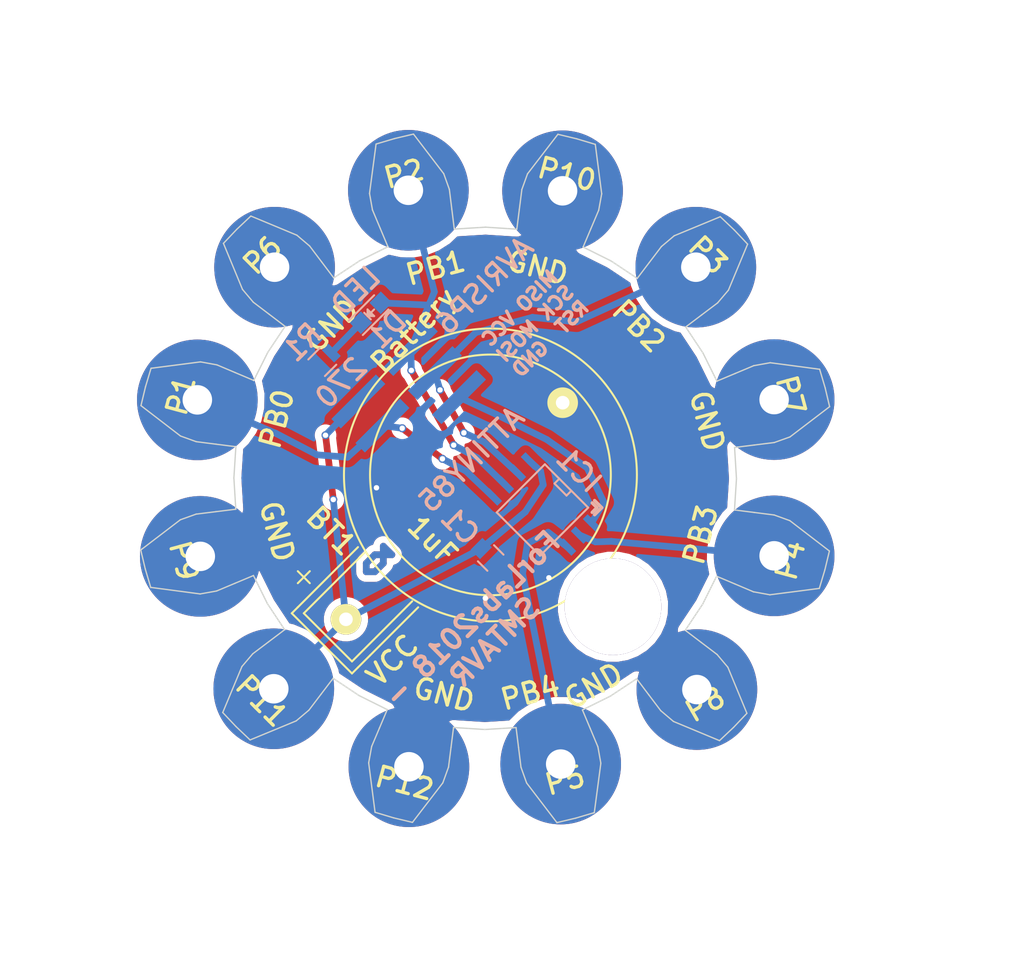
<source format=kicad_pcb>
(kicad_pcb (version 4) (host pcbnew 4.0.2+dfsg1-stable)

  (general
    (links 25)
    (no_connects 0)
    (area 138.06 43.56 214.440001 116.340001)
    (thickness 1.6)
    (drawings 147)
    (tracks 78)
    (zones 0)
    (modules 19)
    (nets 10)
  )

  (page A4)
  (layers
    (0 F.Cu signal)
    (31 B.Cu signal)
    (32 B.Adhes user)
    (33 F.Adhes user)
    (34 B.Paste user)
    (35 F.Paste user)
    (36 B.SilkS user)
    (37 F.SilkS user)
    (38 B.Mask user)
    (39 F.Mask user)
    (40 Dwgs.User user)
    (41 Cmts.User user)
    (42 Eco1.User user)
    (43 Eco2.User user)
    (44 Edge.Cuts user)
    (45 Margin user)
    (46 B.CrtYd user)
    (47 F.CrtYd user)
    (48 B.Fab user)
    (49 F.Fab user)
  )

  (setup
    (last_trace_width 0.5)
    (trace_clearance 0.4)
    (zone_clearance 0.508)
    (zone_45_only no)
    (trace_min 0.2)
    (segment_width 0.2)
    (edge_width 0.15)
    (via_size 0.6)
    (via_drill 0.4)
    (via_min_size 0.4)
    (via_min_drill 0.3)
    (uvia_size 0.3)
    (uvia_drill 0.1)
    (uvias_allowed no)
    (uvia_min_size 0.2)
    (uvia_min_drill 0.1)
    (pcb_text_width 0.3)
    (pcb_text_size 1.5 1.5)
    (mod_edge_width 0.15)
    (mod_text_size 1.5 1.5)
    (mod_text_width 0.25)
    (pad_size 7.2 7.2)
    (pad_drill 7.2)
    (pad_to_mask_clearance 0.2)
    (aux_axis_origin 0 0)
    (visible_elements FFFFFF7F)
    (pcbplotparams
      (layerselection 0x010f8_80000001)
      (usegerberextensions true)
      (excludeedgelayer true)
      (linewidth 0.100000)
      (plotframeref false)
      (viasonmask false)
      (mode 1)
      (useauxorigin false)
      (hpglpennumber 1)
      (hpglpenspeed 20)
      (hpglpendiameter 15)
      (hpglpenoverlay 2)
      (psnegative false)
      (psa4output false)
      (plotreference true)
      (plotvalue true)
      (plotinvisibletext false)
      (padsonsilk false)
      (subtractmaskfromsilk false)
      (outputformat 1)
      (mirror false)
      (drillshape 0)
      (scaleselection 1)
      (outputdirectory ForLabs2018SMTAVR-))
  )

  (net 0 "")
  (net 1 GND)
  (net 2 VCC)
  (net 3 MOSI)
  (net 4 MISO)
  (net 5 SCK)
  (net 6 RST)
  (net 7 "Net-(IC1-Pad2)")
  (net 8 "Net-(IC1-Pad3)")
  (net 9 "Net-(D1-Pad1)")

  (net_class Default "This is the default net class."
    (clearance 0.4)
    (trace_width 0.5)
    (via_dia 0.6)
    (via_drill 0.4)
    (uvia_dia 0.3)
    (uvia_drill 0.1)
    (add_net GND)
    (add_net MISO)
    (add_net MOSI)
    (add_net "Net-(D1-Pad1)")
    (add_net "Net-(IC1-Pad2)")
    (add_net "Net-(IC1-Pad3)")
    (add_net RST)
    (add_net SCK)
    (add_net VCC)
  )

  (module CR2032H (layer F.Cu) (tedit 5B869B5C) (tstamp 5B7066F4)
    (at 174.64 79 225)
    (path /5B6B46F6)
    (fp_text reference BT1 (at 11.356135 5.444722 315) (layer F.SilkS)
      (effects (font (size 1.5 1.5) (thickness 0.25)))
    )
    (fp_text value Battery (at -3.592102 11.674333 225) (layer F.SilkS)
      (effects (font (size 1.5 1.5) (thickness 0.25)))
    )
    (fp_line (start 15.24 3.81) (end 15.24 5.08) (layer F.SilkS) (width 0.15))
    (fp_line (start 14.605 4.445) (end 15.875 4.445) (layer F.SilkS) (width 0.15))
    (fp_line (start 10.795 -2.54) (end 17.145 -2.54) (layer F.SilkS) (width 0.15))
    (fp_line (start 17.145 -2.54) (end 17.145 2.54) (layer F.SilkS) (width 0.15))
    (fp_line (start 17.145 2.54) (end 10.795 2.54) (layer F.SilkS) (width 0.15))
    (fp_line (start 17.145 -3.175) (end 17.78 -3.175) (layer F.SilkS) (width 0.15))
    (fp_line (start 17.78 -3.175) (end 17.78 3.175) (layer F.SilkS) (width 0.15))
    (fp_line (start 17.78 3.175) (end 17.145 3.175) (layer F.SilkS) (width 0.15))
    (fp_line (start 15.875 -3.175) (end 17.145 -3.175) (layer F.SilkS) (width 0.15))
    (fp_line (start 17.145 3.175) (end 10.795 3.175) (layer F.SilkS) (width 0.15))
    (fp_line (start 10.795 -3.175) (end 15.875 -3.175) (layer F.SilkS) (width 0.15))
    (fp_circle (center 0 0) (end -1.27 -8.89) (layer F.SilkS) (width 0.15))
    (fp_circle (center 0 0) (end 6.35 8.89) (layer F.SilkS) (width 0.15))
    (pad 2 thru_hole circle (at -7.62 0 225) (size 2.286 2.286) (drill 1.016) (layers *.Cu *.Mask F.SilkS)
      (net 1 GND))
    (pad 1 thru_hole circle (at 15.24 0 225) (size 2.286 2.286) (drill 1.016) (layers *.Cu *.Mask F.SilkS)
      (net 2 VCC))
  )

  (module SMTPIN (layer F.Cu) (tedit 5B870799) (tstamp 5B7067FA)
    (at 190.04 95.02 30)
    (path /5B6B5120)
    (fp_text reference P8 (at 0 1.27 30) (layer F.SilkS)
      (effects (font (size 1.5 1.5) (thickness 0.25)))
    )
    (fp_text value GND (at -6.538396 -4.075167 210) (layer F.SilkS)
      (effects (font (size 1.5 1.5) (thickness 0.25)))
    )
    (pad 1 thru_hole circle (at 0 0 30) (size 9 9) (drill 2.2) (layers *.Cu *.Mask)
      (net 1 GND))
  )

  (module RIBBON6SMT (layer B.Cu) (tedit 5B869DF8) (tstamp 5B7066FE)
    (at 168.38 73.52 315)
    (path /5B6B47E0)
    (fp_text reference J1 (at 4.445001 0 405) (layer B.SilkS) hide
      (effects (font (size 1.5 1.5) (thickness 0.25)) (justify mirror))
    )
    (fp_text value AVRISP6 (at -1.994041 -10.224764 585) (layer B.SilkS)
      (effects (font (size 1.5 1.5) (thickness 0.25)) (justify mirror))
    )
    (pad 2 smd rect (at -2.54 2.54 315) (size 1 4.7) (layers B.Cu B.Paste B.Mask)
      (net 2 VCC))
    (pad 4 smd rect (at 0 2.54 315) (size 1 4.7) (layers B.Cu B.Paste B.Mask)
      (net 3 MOSI))
    (pad 6 smd rect (at 2.54 2.54 315) (size 1 4.7) (layers B.Cu B.Paste B.Mask)
      (net 1 GND))
    (pad 1 smd rect (at -2.54 -2.9972 315) (size 1 4.7) (layers B.Cu B.Paste B.Mask)
      (net 4 MISO))
    (pad 3 smd rect (at 0 -2.997199 315) (size 1 4.7) (layers B.Cu B.Paste B.Mask)
      (net 5 SCK))
    (pad 5 smd rect (at 2.54 -2.9972 315) (size 1 4.7) (layers B.Cu B.Paste B.Mask)
      (net 6 RST))
  )

  (module SMTPIN (layer F.Cu) (tedit 5B869B6D) (tstamp 5B706703)
    (at 152.78 73.4 255)
    (path /5B6B4964)
    (fp_text reference P1 (at 0 1.27 255) (layer F.SilkS)
      (effects (font (size 1.5 1.5) (thickness 0.25)))
    )
    (fp_text value PB0 (at -0.16577 -6.105122 435) (layer F.SilkS)
      (effects (font (size 1.5 1.5) (thickness 0.25)))
    )
    (pad 1 thru_hole circle (at 0 0 255) (size 9 9) (drill 2.2) (layers *.Cu *.Mask)
      (net 3 MOSI))
  )

  (module SMTPIN (layer F.Cu) (tedit 5B869B4C) (tstamp 5B706708)
    (at 168.52 57.76 195)
    (path /5B6B4ACE)
    (fp_text reference P2 (at 0 1.27 195) (layer F.SilkS)
      (effects (font (size 1.5 1.5) (thickness 0.25)))
    )
    (fp_text value PB1 (at -0.45002 -6.125184 195) (layer F.SilkS)
      (effects (font (size 1.5 1.5) (thickness 0.25)))
    )
    (pad 1 thru_hole circle (at 0 0 195) (size 9 9) (drill 2.2) (layers *.Cu *.Mask)
      (net 4 MISO))
  )

  (module SMTPIN (layer F.Cu) (tedit 5B869B53) (tstamp 5B70670D)
    (at 189.96 63.5 135)
    (path /5B6B4AF2)
    (fp_text reference P3 (at 0 1.27 135) (layer F.SilkS)
      (effects (font (size 1.5 1.5) (thickness 0.25)))
    )
    (fp_text value PB2 (at -0.098995 -6.123545 135) (layer F.SilkS)
      (effects (font (size 1.5 1.5) (thickness 0.25)))
    )
    (pad 1 thru_hole circle (at 0 0 135) (size 9 9) (drill 2.2) (layers *.Cu *.Mask)
      (net 5 SCK))
  )

  (module SMTPIN (layer F.Cu) (tedit 5B869A5C) (tstamp 5B706712)
    (at 195.8 85.04 75)
    (path /5B6B4B85)
    (fp_text reference P4 (at 0 1.27 75) (layer F.SilkS)
      (effects (font (size 1.5 1.5) (thickness 0.25)))
    )
    (fp_text value PB3 (at 0.088516 -5.697031 75) (layer F.SilkS)
      (effects (font (size 1.5 1.5) (thickness 0.25)))
    )
    (pad 1 thru_hole circle (at 0 0 75) (size 9 9) (drill 2.2) (layers *.Cu *.Mask)
      (net 7 "Net-(IC1-Pad2)"))
  )

  (module SMTPIN (layer F.Cu) (tedit 5B87079E) (tstamp 5B706717)
    (at 179.88 100.58 15)
    (path /5B6B4B8B)
    (fp_text reference P5 (at 0 1.27 15) (layer F.SilkS)
      (effects (font (size 1.5 1.5) (thickness 0.25)))
    )
    (fp_text value PB4 (at -0.806075 -5.723656 15) (layer F.SilkS)
      (effects (font (size 1.5 1.5) (thickness 0.25)))
    )
    (pad 1 thru_hole circle (at 0 0 15) (size 9 9) (drill 2.2) (layers *.Cu *.Mask)
      (net 8 "Net-(IC1-Pad3)"))
  )

  (module SMTPIN (layer F.Cu) (tedit 5B869B71) (tstamp 5B70671C)
    (at 158.54 63.5 225)
    (path /5B6B4B91)
    (fp_text reference P6 (at 0 1.27 225) (layer F.SilkS)
      (effects (font (size 1.5 1.5) (thickness 0.25)))
    )
    (fp_text value GND (at 0.070711 -6.09526 225) (layer F.SilkS)
      (effects (font (size 1.5 1.5) (thickness 0.25)))
    )
    (pad 1 thru_hole circle (at 0 0 225) (size 9 9) (drill 2.2) (layers *.Cu *.Mask)
      (net 1 GND))
  )

  (module SMTPIN (layer F.Cu) (tedit 5B87076B) (tstamp 5B7067F5)
    (at 195.8 73.38 105)
    (path /5B6B50AC)
    (fp_text reference P7 (at 0 1.27 105) (layer F.SilkS)
      (effects (font (size 1.5 1.5) (thickness 0.25)))
    )
    (fp_text value GND (at -0.251386 -5.24374 285) (layer F.SilkS)
      (effects (font (size 1.5 1.5) (thickness 0.25)))
    )
    (pad 1 thru_hole circle (at 0 0 105) (size 9 9) (drill 2.2) (layers *.Cu *.Mask)
      (net 1 GND))
  )

  (module SMTPIN (layer F.Cu) (tedit 5B869B67) (tstamp 5B7067FF)
    (at 153 85.08 285)
    (path /5B6B512C)
    (fp_text reference P9 (at 0 1.27 285) (layer F.SilkS)
      (effects (font (size 1.5 1.5) (thickness 0.25)))
    )
    (fp_text value GND (at -0.316177 -6.006499 285) (layer F.SilkS)
      (effects (font (size 1.5 1.5) (thickness 0.25)))
    )
    (pad 1 thru_hole circle (at 0 0 285) (size 9 9) (drill 2.2) (layers *.Cu *.Mask)
      (net 1 GND))
  )

  (module SMTPIN (layer F.Cu) (tedit 5B869B50) (tstamp 5B706804)
    (at 180.02 57.8 165)
    (path /5B6B51AE)
    (fp_text reference P10 (at 0 1.27 165) (layer F.SilkS)
      (effects (font (size 1.5 1.5) (thickness 0.25)))
    )
    (fp_text value GND (at 0.316177 -6.006499 165) (layer F.SilkS)
      (effects (font (size 1.5 1.5) (thickness 0.25)))
    )
    (pad 1 thru_hole circle (at 0 0 165) (size 9 9) (drill 2.2) (layers *.Cu *.Mask)
      (net 1 GND))
  )

  (module SMTPIN (layer F.Cu) (tedit 5B869B5E) (tstamp 5B706809)
    (at 158.48 94.96 315)
    (path /5B6B5220)
    (fp_text reference P11 (at 0 1.27 315) (layer F.SilkS)
      (effects (font (size 1.5 1.5) (thickness 0.25)))
    )
    (fp_text value VCC (at 4.7659 -7.764032 405) (layer F.SilkS)
      (effects (font (size 1.5 1.5) (thickness 0.25)))
    )
    (pad 1 thru_hole circle (at 0 0 315) (size 9 9) (drill 2.2) (layers *.Cu *.Mask)
      (net 2 VCC))
  )

  (module SOIC-8-WIDE (layer B.Cu) (tedit 5B869C03) (tstamp 5B89FF9B)
    (at 178.52 81.62 225)
    (descr "Extra-wide SOIC-8 for W25Qs")
    (tags "CMS SOJ")
    (path /5B6B46B0)
    (attr smd)
    (fp_text reference IC1 (at -4.030509 0.183848 315) (layer B.SilkS)
      (effects (font (size 1.5 1.5) (thickness 0.25)) (justify mirror))
    )
    (fp_text value ATTINY85-P (at 3.5 -0.25 315) (layer B.SilkS) hide
      (effects (font (size 1.5 1.5) (thickness 0.25)) (justify mirror))
    )
    (fp_line (start -2.5 -3) (end -3.25 -3) (layer B.SilkS) (width 0.25))
    (fp_line (start -3.25 -2.25) (end -3.25 -3) (layer B.SilkS) (width 0.25))
    (fp_line (start -2.5 -2.75) (end -2.75 -2.75) (layer B.SilkS) (width 0.25))
    (fp_line (start -2.75 -2.75) (end -3 -2.75) (layer B.SilkS) (width 0.25))
    (fp_line (start -3 -2.75) (end -3 -2.25) (layer B.SilkS) (width 0.25))
    (fp_line (start -2.54 2.286) (end 2.54 2.286) (layer B.SilkS) (width 0.15))
    (fp_line (start 2.54 2.286) (end 2.54 -2.286) (layer B.SilkS) (width 0.15))
    (fp_line (start 2.54 -2.286) (end -2.54 -2.286) (layer B.SilkS) (width 0.15))
    (fp_line (start -2.54 -2.286) (end -2.54 2.286) (layer B.SilkS) (width 0.15))
    (fp_line (start -2.54 0.762) (end -2.032 0.762) (layer B.SilkS) (width 0.15))
    (fp_line (start -2.032 0.762) (end -2.032 -0.508) (layer B.SilkS) (width 0.15))
    (fp_line (start -2.032 -0.508) (end -2.54 -0.508) (layer B.SilkS) (width 0.15))
    (pad 8 smd rect (at -1.905 3.275 225) (size 0.508 1.343) (layers B.Cu B.Paste B.Mask)
      (net 2 VCC))
    (pad 7 smd rect (at -0.635 3.275 225) (size 0.508 1.343) (layers B.Cu B.Paste B.Mask)
      (net 5 SCK))
    (pad 6 smd rect (at 0.635 3.275 225) (size 0.508 1.343) (layers B.Cu B.Paste B.Mask)
      (net 4 MISO))
    (pad 5 smd rect (at 1.905 3.275 225) (size 0.508 1.343) (layers B.Cu B.Paste B.Mask)
      (net 3 MOSI))
    (pad 4 smd rect (at 1.905 -3.275 225) (size 0.508 1.343) (layers B.Cu B.Paste B.Mask)
      (net 1 GND))
    (pad 3 smd rect (at 0.635 -3.275 225) (size 0.508 1.343) (layers B.Cu B.Paste B.Mask)
      (net 8 "Net-(IC1-Pad3)"))
    (pad 2 smd rect (at -0.635 -3.275 225) (size 0.508 1.343) (layers B.Cu B.Paste B.Mask)
      (net 7 "Net-(IC1-Pad2)"))
    (pad 1 smd rect (at -1.905 -3.275 225) (size 0.508 1.343) (layers B.Cu B.Paste B.Mask)
      (net 6 RST))
    (model SMD_Packages.3dshapes/SOIC-8-N.wrl
      (at (xyz 0 0 0))
      (scale (xyz 0.5 0.38 0.5))
      (rotate (xyz 0 0 0))
    )
  )

  (module SMTPIN (layer F.Cu) (tedit 5B869B64) (tstamp 5B89FFA0)
    (at 168.56 100.78 345)
    (path /5B869451)
    (fp_text reference P12 (at 0 1.27 345) (layer F.SilkS)
      (effects (font (size 1.5 1.5) (thickness 0.25)))
    )
    (fp_text value GND (at 1.138279 -5.874787 345) (layer F.SilkS)
      (effects (font (size 1.5 1.5) (thickness 0.25)))
    )
    (pad 1 thru_hole circle (at 0 0 345) (size 9 9) (drill 2.2) (layers *.Cu *.Mask)
      (net 1 GND))
  )

  (module C_0805 (layer B.Cu) (tedit 5B869DC4) (tstamp 5B89FFDB)
    (at 174.66 85.2 315)
    (descr "Capacitor SMD 0805, reflow soldering, AVX (see smccp.pdf)")
    (tags "capacitor 0805")
    (path /5B83392F)
    (attr smd)
    (fp_text reference C1 (at -3.295118 -0.070711 315) (layer B.SilkS)
      (effects (font (size 1.5 1.5) (thickness 0.25)) (justify mirror))
    )
    (fp_text value 1uF (at -4.002224 2.135462 315) (layer F.SilkS)
      (effects (font (size 1.5 1.5) (thickness 0.25)))
    )
    (fp_line (start -1.8 1) (end 1.8 1) (layer B.CrtYd) (width 0.05))
    (fp_line (start -1.8 -1) (end 1.8 -1) (layer B.CrtYd) (width 0.05))
    (fp_line (start -1.8 1) (end -1.8 -1) (layer B.CrtYd) (width 0.05))
    (fp_line (start 1.8 1) (end 1.8 -1) (layer B.CrtYd) (width 0.05))
    (fp_line (start 0.5 0.85) (end -0.5 0.85) (layer B.SilkS) (width 0.15))
    (fp_line (start -0.5 -0.85) (end 0.5 -0.85) (layer B.SilkS) (width 0.15))
    (pad 1 smd rect (at -1 0 315) (size 1 1.25) (layers B.Cu B.Paste B.Mask)
      (net 2 VCC))
    (pad 2 smd rect (at 1 0 315) (size 1 1.25) (layers B.Cu B.Paste B.Mask)
      (net 1 GND))
    (model Capacitors_SMD.3dshapes/C_0805.wrl
      (at (xyz 0 0 0))
      (scale (xyz 1 1 1))
      (rotate (xyz 0 0 0))
    )
  )

  (module LED_0805 (layer B.Cu) (tedit 5B869EB4) (tstamp 5B8A05FB)
    (at 165.72 66.9 45)
    (descr "LED 0805 smd package")
    (tags "LED 0805 SMD")
    (path /5B86A1BE)
    (attr smd)
    (fp_text reference D1 (at 0 1.75 45) (layer B.SilkS)
      (effects (font (size 1.5 1.5) (thickness 0.25)) (justify mirror))
    )
    (fp_text value LED (at 0.353553 -1.937473 45) (layer B.SilkS)
      (effects (font (size 1.5 1.5) (thickness 0.25)) (justify mirror))
    )
    (fp_line (start -1.6 -0.75) (end 1.1 -0.75) (layer B.SilkS) (width 0.15))
    (fp_line (start -1.6 0.75) (end 1.1 0.75) (layer B.SilkS) (width 0.15))
    (fp_line (start -0.1 -0.15) (end -0.1 0.1) (layer B.SilkS) (width 0.15))
    (fp_line (start -0.1 0.1) (end -0.25 -0.05) (layer B.SilkS) (width 0.15))
    (fp_line (start -0.35 0.35) (end -0.35 -0.35) (layer B.SilkS) (width 0.15))
    (fp_line (start 0 0) (end 0.35 0) (layer B.SilkS) (width 0.15))
    (fp_line (start -0.35 0) (end 0 0.35) (layer B.SilkS) (width 0.15))
    (fp_line (start 0 0.35) (end 0 -0.35) (layer B.SilkS) (width 0.15))
    (fp_line (start 0 -0.35) (end -0.35 0) (layer B.SilkS) (width 0.15))
    (fp_line (start 1.9 0.95) (end 1.9 -0.95) (layer B.CrtYd) (width 0.05))
    (fp_line (start 1.9 -0.95) (end -1.9 -0.95) (layer B.CrtYd) (width 0.05))
    (fp_line (start -1.9 -0.95) (end -1.9 0.95) (layer B.CrtYd) (width 0.05))
    (fp_line (start -1.9 0.95) (end 1.9 0.95) (layer B.CrtYd) (width 0.05))
    (pad 2 smd rect (at 1.04902 0 225) (size 1.19888 1.19888) (layers B.Cu B.Paste B.Mask)
      (net 4 MISO))
    (pad 1 smd rect (at -1.04902 0 225) (size 1.19888 1.19888) (layers B.Cu B.Paste B.Mask)
      (net 9 "Net-(D1-Pad1)"))
    (model LEDs.3dshapes/LED_0805.wrl
      (at (xyz 0 0 0))
      (scale (xyz 1 1 1))
      (rotate (xyz 0 0 0))
    )
  )

  (module R_0805 (layer B.Cu) (tedit 5B869E81) (tstamp 5B8A0607)
    (at 162.1 70.58 225)
    (descr "Resistor SMD 0805, reflow soldering, Vishay (see dcrcw.pdf)")
    (tags "resistor 0805")
    (path /5B86A14B)
    (attr smd)
    (fp_text reference R1 (at 0 2.1 225) (layer B.SilkS)
      (effects (font (size 1.5 1.5) (thickness 0.25)) (justify mirror))
    )
    (fp_text value 270 (at 0.098995 -2.078894 225) (layer B.SilkS)
      (effects (font (size 1.5 1.5) (thickness 0.25)) (justify mirror))
    )
    (fp_line (start -1.6 1) (end 1.6 1) (layer B.CrtYd) (width 0.05))
    (fp_line (start -1.6 -1) (end 1.6 -1) (layer B.CrtYd) (width 0.05))
    (fp_line (start -1.6 1) (end -1.6 -1) (layer B.CrtYd) (width 0.05))
    (fp_line (start 1.6 1) (end 1.6 -1) (layer B.CrtYd) (width 0.05))
    (fp_line (start 0.6 -0.875) (end -0.6 -0.875) (layer B.SilkS) (width 0.15))
    (fp_line (start -0.6 0.875) (end 0.6 0.875) (layer B.SilkS) (width 0.15))
    (pad 1 smd rect (at -0.95 0 225) (size 0.7 1.3) (layers B.Cu B.Paste B.Mask)
      (net 9 "Net-(D1-Pad1)"))
    (pad 2 smd rect (at 0.95 0 225) (size 0.7 1.3) (layers B.Cu B.Paste B.Mask)
      (net 1 GND))
    (model Resistors_SMD.3dshapes/R_0805.wrl
      (at (xyz 0 0 0))
      (scale (xyz 1 1 1))
      (rotate (xyz 0 0 0))
    )
  )

  (module SMTPIN (layer F.Cu) (tedit 5B8709DC) (tstamp 5B87054F)
    (at 183.78 88.84)
    (path /5B8705FC)
    (fp_text reference P13 (at 0 1.27) (layer F.SilkS) hide
      (effects (font (size 1 1) (thickness 0.15)))
    )
    (fp_text value LANYARD (at 0 -0.5) (layer F.Fab) hide
      (effects (font (size 1 1) (thickness 0.15)))
    )
    (pad 1 thru_hole circle (at 0 0) (size 7.2 7.2) (drill 7.2) (layers *.Cu *.Mask))
  )

  (gr_line (start 166.41804 60.597795) (end 165.84098 59.222816) (layer Edge.Cuts) (width 0.1))
  (gr_line (start 166.995099 61.972776) (end 166.41804 60.597795) (layer Edge.Cuts) (width 0.1))
  (gr_line (start 164.900967 63.009621) (end 166.995099 61.972776) (layer Edge.Cuts) (width 0.1))
  (gr_line (start 162.95212 64.298975) (end 164.900967 63.009621) (layer Edge.Cuts) (width 0.1))
  (gr_line (start 162.05342 63.109056) (end 162.95212 64.298975) (layer Edge.Cuts) (width 0.1))
  (gr_line (start 161.154719 61.919137) (end 162.05342 63.109056) (layer Edge.Cuts) (width 0.1))
  (gr_line (start 160.205115 61.113048) (end 161.154719 61.919137) (layer Edge.Cuts) (width 0.1))
  (gr_line (start 156.7716 59.6818) (end 160.205115 61.113048) (layer Edge.Cuts) (width 0.1))
  (gr_line (start 155.720972 60.673159) (end 156.7716 59.6818) (layer Edge.Cuts) (width 0.1))
  (gr_line (start 154.726487 61.720833) (end 155.720972 60.673159) (layer Edge.Cuts) (width 0.1))
  (gr_line (start 156.147509 65.158593) (end 154.726487 61.720833) (layer Edge.Cuts) (width 0.1))
  (gr_line (start 156.950768 66.110594) (end 156.147509 65.158593) (layer Edge.Cuts) (width 0.1))
  (gr_line (start 158.138006 67.012833) (end 156.950768 66.110594) (layer Edge.Cuts) (width 0.1))
  (gr_line (start 159.325244 67.915072) (end 158.138006 67.012833) (layer Edge.Cuts) (width 0.1))
  (gr_line (start 158.030095 69.860071) (end 159.325244 67.915072) (layer Edge.Cuts) (width 0.1))
  (gr_line (start 156.987021 71.951106) (end 158.030095 69.860071) (layer Edge.Cuts) (width 0.1))
  (gr_line (start 155.613764 71.369957) (end 156.987021 71.951106) (layer Edge.Cuts) (width 0.1))
  (gr_line (start 154.240507 70.788808) (end 155.613764 71.369957) (layer Edge.Cuts) (width 0.1))
  (gr_line (start 153.015082 70.565517) (end 154.240507 70.788808) (layer Edge.Cuts) (width 0.1))
  (gr_line (start 149.325945 71.042774) (end 153.015082 70.565517) (layer Edge.Cuts) (width 0.1))
  (gr_line (start 148.911756 72.426634) (end 149.325945 71.042774) (layer Edge.Cuts) (width 0.1))
  (gr_line (start 148.574343 73.831186) (end 148.911756 72.426634) (layer Edge.Cuts) (width 0.1))
  (gr_line (start 151.523864 76.097865) (end 148.574343 73.831186) (layer Edge.Cuts) (width 0.1))
  (gr_line (start 152.695506 76.520691) (end 151.523864 76.097865) (layer Edge.Cuts) (width 0.1))
  (gr_line (start 154.174803 76.708377) (end 152.695506 76.520691) (layer Edge.Cuts) (width 0.1))
  (gr_line (start 155.654099 76.896063) (end 154.174803 76.708377) (layer Edge.Cuts) (width 0.1))
  (gr_line (start 155.504967 79.228057) (end 155.654099 76.896063) (layer Edge.Cuts) (width 0.1))
  (gr_line (start 155.647157 81.560485) (end 155.504967 79.228057) (layer Edge.Cuts) (width 0.1))
  (gr_line (start 154.167306 81.743822) (end 155.647157 81.560485) (layer Edge.Cuts) (width 0.1))
  (gr_line (start 152.687456 81.92716) (end 154.167306 81.743822) (layer Edge.Cuts) (width 0.1))
  (gr_line (start 151.514561 82.346497) (end 152.687456 81.92716) (layer Edge.Cuts) (width 0.1))
  (gr_line (start 148.558305 84.604385) (end 151.514561 82.346497) (layer Edge.Cuts) (width 0.1))
  (gr_line (start 148.891535 86.009933) (end 148.558305 84.604385) (layer Edge.Cuts) (width 0.1))
  (gr_line (start 149.301603 87.39502) (end 148.891535 86.009933) (layer Edge.Cuts) (width 0.1))
  (gr_line (start 152.989303 87.883259) (end 149.301603 87.39502) (layer Edge.Cuts) (width 0.1))
  (gr_line (start 154.215388 87.663617) (end 152.989303 87.883259) (layer Edge.Cuts) (width 0.1))
  (gr_line (start 155.590368 87.086557) (end 154.215388 87.663617) (layer Edge.Cuts) (width 0.1))
  (gr_line (start 156.965349 86.509497) (end 155.590368 87.086557) (layer Edge.Cuts) (width 0.1))
  (gr_line (start 158.002194 88.603629) (end 156.965349 86.509497) (layer Edge.Cuts) (width 0.1))
  (gr_line (start 159.291547 90.552466) (end 158.002194 88.603629) (layer Edge.Cuts) (width 0.1))
  (gr_line (start 158.101629 91.451175) (end 159.291547 90.552466) (layer Edge.Cuts) (width 0.1))
  (gr_line (start 156.91171 92.349883) (end 158.101629 91.451175) (layer Edge.Cuts) (width 0.1))
  (gr_line (start 156.105621 93.299476) (end 156.91171 92.349883) (layer Edge.Cuts) (width 0.1))
  (gr_line (start 154.674371 96.732992) (end 156.105621 93.299476) (layer Edge.Cuts) (width 0.1))
  (gr_line (start 155.665733 97.78362) (end 154.674371 96.732992) (layer Edge.Cuts) (width 0.1))
  (gr_line (start 156.713405 98.778115) (end 155.665733 97.78362) (layer Edge.Cuts) (width 0.1))
  (gr_line (start 160.151166 97.357098) (end 156.713405 98.778115) (layer Edge.Cuts) (width 0.1))
  (gr_line (start 161.103166 96.553837) (end 160.151166 97.357098) (layer Edge.Cuts) (width 0.1))
  (gr_line (start 162.005404 95.366585) (end 161.103166 96.553837) (layer Edge.Cuts) (width 0.1))
  (gr_line (start 162.907643 94.17936) (end 162.005404 95.366585) (layer Edge.Cuts) (width 0.1))
  (gr_line (start 164.852643 95.474506) (end 162.907643 94.17936) (layer Edge.Cuts) (width 0.1))
  (gr_line (start 166.943679 96.517572) (end 164.852643 95.474506) (layer Edge.Cuts) (width 0.1))
  (gr_line (start 166.362529 97.890837) (end 166.943679 96.517572) (layer Edge.Cuts) (width 0.1))
  (gr_line (start 165.78138 99.264102) (end 166.362529 97.890837) (layer Edge.Cuts) (width 0.1))
  (gr_line (start 165.558088 100.489511) (end 165.78138 99.264102) (layer Edge.Cuts) (width 0.1))
  (gr_line (start 166.035347 104.178663) (end 165.558088 100.489511) (layer Edge.Cuts) (width 0.1))
  (gr_line (start 167.419206 104.592852) (end 166.035347 104.178663) (layer Edge.Cuts) (width 0.1))
  (gr_line (start 168.823759 104.930249) (end 167.419206 104.592852) (layer Edge.Cuts) (width 0.1))
  (gr_line (start 171.090436 101.980745) (end 168.823759 104.930249) (layer Edge.Cuts) (width 0.1))
  (gr_line (start 171.513262 100.809099) (end 171.090436 101.980745) (layer Edge.Cuts) (width 0.1))
  (gr_line (start 171.701005 99.329803) (end 171.513262 100.809099) (layer Edge.Cuts) (width 0.1))
  (gr_line (start 171.888747 97.850507) (end 171.701005 99.329803) (layer Edge.Cuts) (width 0.1))
  (gr_line (start 174.220741 97.999718) (end 171.888747 97.850507) (layer Edge.Cuts) (width 0.1))
  (gr_line (start 176.553169 97.857563) (end 174.220741 97.999718) (layer Edge.Cuts) (width 0.1))
  (gr_line (start 176.736508 99.337423) (end 176.553169 97.857563) (layer Edge.Cuts) (width 0.1))
  (gr_line (start 176.919845 100.817255) (end 176.736508 99.337423) (layer Edge.Cuts) (width 0.1))
  (gr_line (start 177.339182 101.990143) (end 176.919845 100.817255) (layer Edge.Cuts) (width 0.1))
  (gr_line (start 179.597067 104.946392) (end 177.339182 101.990143) (layer Edge.Cuts) (width 0.1))
  (gr_line (start 181.002618 104.613172) (end 179.597067 104.946392) (layer Edge.Cuts) (width 0.1))
  (gr_line (start 182.387706 104.203104) (end 181.002618 104.613172) (layer Edge.Cuts) (width 0.1))
  (gr_line (start 182.875944 100.515419) (end 182.387706 104.203104) (layer Edge.Cuts) (width 0.1))
  (gr_line (start 182.656302 99.289332) (end 182.875944 100.515419) (layer Edge.Cuts) (width 0.1))
  (gr_line (start 182.079242 97.914346) (end 182.656302 99.289332) (layer Edge.Cuts) (width 0.1))
  (gr_line (start 181.502183 96.539359) (end 182.079242 97.914346) (layer Edge.Cuts) (width 0.1))
  (gr_line (start 183.596314 95.502503) (end 181.502183 96.539359) (layer Edge.Cuts) (width 0.1))
  (gr_line (start 185.545163 94.213171) (end 183.596314 95.502503) (layer Edge.Cuts) (width 0.1))
  (gr_line (start 186.443863 95.403076) (end 185.545163 94.213171) (layer Edge.Cuts) (width 0.1))
  (gr_line (start 187.342563 96.59301) (end 186.443863 95.403076) (layer Edge.Cuts) (width 0.1))
  (gr_line (start 188.292167 97.399093) (end 187.342563 96.59301) (layer Edge.Cuts) (width 0.1))
  (gr_line (start 191.725683 98.830326) (end 188.292167 97.399093) (layer Edge.Cuts) (width 0.1))
  (gr_line (start 192.776311 97.838964) (end 191.725683 98.830326) (layer Edge.Cuts) (width 0.1))
  (gr_line (start 193.770795 96.791299) (end 192.776311 97.838964) (layer Edge.Cuts) (width 0.1))
  (gr_line (start 192.349772 93.35355) (end 193.770795 96.791299) (layer Edge.Cuts) (width 0.1))
  (gr_line (start 191.546514 92.40153) (end 192.349772 93.35355) (layer Edge.Cuts) (width 0.1))
  (gr_line (start 190.359276 91.499294) (end 191.546514 92.40153) (layer Edge.Cuts) (width 0.1))
  (gr_line (start 189.172037 90.597057) (end 190.359276 91.499294) (layer Edge.Cuts) (width 0.1))
  (gr_line (start 190.467186 88.652064) (end 189.172037 90.597057) (layer Edge.Cuts) (width 0.1))
  (gr_line (start 191.51026 86.561028) (end 190.467186 88.652064) (layer Edge.Cuts) (width 0.1))
  (gr_line (start 192.883516 87.142178) (end 191.51026 86.561028) (layer Edge.Cuts) (width 0.1))
  (gr_line (start 194.256776 87.723327) (end 192.883516 87.142178) (layer Edge.Cuts) (width 0.1))
  (gr_line (start 195.482202 87.946618) (end 194.256776 87.723327) (layer Edge.Cuts) (width 0.1))
  (gr_line (start 199.171337 87.469361) (end 195.482202 87.946618) (layer Edge.Cuts) (width 0.1))
  (gr_line (start 199.585526 86.085501) (end 199.171337 87.469361) (layer Edge.Cuts) (width 0.1))
  (gr_line (start 199.92294 84.680949) (end 199.585526 86.085501) (layer Edge.Cuts) (width 0.1))
  (gr_line (start 196.973419 82.41427) (end 199.92294 84.680949) (layer Edge.Cuts) (width 0.1))
  (gr_line (start 195.801776 81.991444) (end 196.973419 82.41427) (layer Edge.Cuts) (width 0.1))
  (gr_line (start 194.322477 81.803702) (end 195.801776 81.991444) (layer Edge.Cuts) (width 0.1))
  (gr_line (start 192.843181 81.615959) (end 194.322477 81.803702) (layer Edge.Cuts) (width 0.1))
  (gr_line (start 192.992313 79.283965) (end 192.843181 81.615959) (layer Edge.Cuts) (width 0.1))
  (gr_line (start 192.850124 76.951537) (end 192.992313 79.283965) (layer Edge.Cuts) (width 0.1))
  (gr_line (start 194.329973 76.768199) (end 192.850124 76.951537) (layer Edge.Cuts) (width 0.1))
  (gr_line (start 195.809825 76.584862) (end 194.329973 76.768199) (layer Edge.Cuts) (width 0.1))
  (gr_line (start 196.982721 76.165525) (end 195.809825 76.584862) (layer Edge.Cuts) (width 0.1))
  (gr_line (start 199.938976 73.907637) (end 196.982721 76.165525) (layer Edge.Cuts) (width 0.1))
  (gr_line (start 199.605748 72.502086) (end 199.938976 73.907637) (layer Edge.Cuts) (width 0.1))
  (gr_line (start 199.195679 71.117001) (end 199.605748 72.502086) (layer Edge.Cuts) (width 0.1))
  (gr_line (start 195.507977 70.628763) (end 199.195679 71.117001) (layer Edge.Cuts) (width 0.1))
  (gr_line (start 194.281893 70.848405) (end 195.507977 70.628763) (layer Edge.Cuts) (width 0.1))
  (gr_line (start 192.906912 71.425465) (end 194.281893 70.848405) (layer Edge.Cuts) (width 0.1))
  (gr_line (start 191.531931 72.002524) (end 192.906912 71.425465) (layer Edge.Cuts) (width 0.1))
  (gr_line (start 190.495087 69.90839) (end 191.531931 72.002524) (layer Edge.Cuts) (width 0.1))
  (gr_line (start 189.205735 67.959544) (end 190.495087 69.90839) (layer Edge.Cuts) (width 0.1))
  (gr_line (start 190.395654 67.060844) (end 189.205735 67.959544) (layer Edge.Cuts) (width 0.1))
  (gr_line (start 191.585573 66.162144) (end 190.395654 67.060844) (layer Edge.Cuts) (width 0.1))
  (gr_line (start 192.391662 65.21254) (end 191.585573 66.162144) (layer Edge.Cuts) (width 0.1))
  (gr_line (start 193.82291 61.779024) (end 192.391662 65.21254) (layer Edge.Cuts) (width 0.1))
  (gr_line (start 192.831548 60.728396) (end 193.82291 61.779024) (layer Edge.Cuts) (width 0.1))
  (gr_line (start 191.783877 59.733912) (end 192.831548 60.728396) (layer Edge.Cuts) (width 0.1))
  (gr_line (start 188.346114 61.154935) (end 191.783877 59.733912) (layer Edge.Cuts) (width 0.1))
  (gr_line (start 187.394116 61.958193) (end 188.346114 61.154935) (layer Edge.Cuts) (width 0.1))
  (gr_line (start 186.491877 63.145432) (end 187.394116 61.958193) (layer Edge.Cuts) (width 0.1))
  (gr_line (start 185.589638 64.33267) (end 186.491877 63.145432) (layer Edge.Cuts) (width 0.1))
  (gr_line (start 183.644639 63.037521) (end 185.589638 64.33267) (layer Edge.Cuts) (width 0.1))
  (gr_line (start 181.553604 61.994445) (end 183.644639 63.037521) (layer Edge.Cuts) (width 0.1))
  (gr_line (start 182.134753 60.621188) (end 181.553604 61.994445) (layer Edge.Cuts) (width 0.1))
  (gr_line (start 182.715902 59.247931) (end 182.134753 60.621188) (layer Edge.Cuts) (width 0.1))
  (gr_line (start 182.939193 58.022506) (end 182.715902 59.247931) (layer Edge.Cuts) (width 0.1))
  (gr_line (start 182.461936 54.33337) (end 182.939193 58.022506) (layer Edge.Cuts) (width 0.1))
  (gr_line (start 181.078076 53.919181) (end 182.461936 54.33337) (layer Edge.Cuts) (width 0.1))
  (gr_line (start 179.673524 53.581767) (end 181.078076 53.919181) (layer Edge.Cuts) (width 0.1))
  (gr_line (start 177.406845 56.531289) (end 179.673524 53.581767) (layer Edge.Cuts) (width 0.1))
  (gr_line (start 176.984019 57.702931) (end 177.406845 56.531289) (layer Edge.Cuts) (width 0.1))
  (gr_line (start 176.796277 59.182227) (end 176.984019 57.702931) (layer Edge.Cuts) (width 0.1))
  (gr_line (start 176.608535 60.661526) (end 176.796277 59.182227) (layer Edge.Cuts) (width 0.1))
  (gr_line (start 174.276541 60.512394) (end 176.608535 60.661526) (layer Edge.Cuts) (width 0.1))
  (gr_line (start 171.944113 60.654583) (end 174.276541 60.512394) (layer Edge.Cuts) (width 0.1))
  (gr_line (start 171.760775 59.174734) (end 171.944113 60.654583) (layer Edge.Cuts) (width 0.1))
  (gr_line (start 171.577437 57.694885) (end 171.760775 59.174734) (layer Edge.Cuts) (width 0.1))
  (gr_line (start 171.1581 56.521989) (end 171.577437 57.694885) (layer Edge.Cuts) (width 0.1))
  (gr_line (start 168.900213 53.565731) (end 171.1581 56.521989) (layer Edge.Cuts) (width 0.1))
  (gr_line (start 167.494662 53.898962) (end 168.900213 53.565731) (layer Edge.Cuts) (width 0.1))
  (gr_line (start 166.109577 54.309031) (end 167.494662 53.898962) (layer Edge.Cuts) (width 0.1))
  (gr_line (start 165.621338 57.99673) (end 166.109577 54.309031) (layer Edge.Cuts) (width 0.1))
  (gr_line (start 165.84098 59.222816) (end 165.621338 57.99673) (layer Edge.Cuts) (width 0.1))
  (gr_text "MISO VCC\nSCK MOSI\nRST  GND" (at 177.98 67.7 45) (layer B.SilkS)
    (effects (font (size 1 1) (thickness 0.25)) (justify mirror))
  )
  (gr_text ATTINY85 (at 173.22 77.86 45) (layer B.SilkS)
    (effects (font (size 1.5 1.5) (thickness 0.25)) (justify mirror))
  )
  (gr_text "ForLabs2018 -\nSMTAVR" (at 174.12 90.6 45) (layer B.SilkS)
    (effects (font (size 1.5 1.5) (thickness 0.3)) (justify mirror))
  )

  (segment (start 167.285 84.96) (end 166.65 84.325) (width 0.5) (layer B.Cu) (net 0))
  (segment (start 166.015 84.96) (end 167.285 84.96) (width 0.5) (layer B.Cu) (net 0) (tstamp 5B6B7215))
  (segment (start 165.38 85.595) (end 166.015 84.96) (width 0.5) (layer B.Cu) (net 0) (tstamp 5B6B7214))
  (segment (start 165.38 86.23) (end 165.38 85.595) (width 0.5) (layer B.Cu) (net 0) (tstamp 5B6B7213))
  (segment (start 166.015 86.23) (end 165.38 86.23) (width 0.5) (layer B.Cu) (net 0) (tstamp 5B6B7212))
  (segment (start 166.65 85.595) (end 166.015 86.23) (width 0.5) (layer B.Cu) (net 0) (tstamp 5B6B7211))
  (segment (start 166.65 84.325) (end 166.65 85.595) (width 0.5) (layer B.Cu) (net 0) (tstamp 5B6B7210))
  (segment (start 165.38 86.23) (end 165.38 85.595) (width 0.5) (layer F.Cu) (net 0))
  (segment (start 166.015 86.23) (end 165.38 86.23) (width 0.5) (layer F.Cu) (net 0) (tstamp 5B6B713F))
  (segment (start 166.65 85.595) (end 166.015 86.23) (width 0.5) (layer F.Cu) (net 0) (tstamp 5B6B713E))
  (segment (start 166.65 84.325) (end 166.65 85.595) (width 0.5) (layer F.Cu) (net 0) (tstamp 5B6B713D))
  (segment (start 167.285 84.96) (end 166.65 84.325) (width 0.5) (layer F.Cu) (net 0) (tstamp 5B6B713C))
  (segment (start 166.65 84.96) (end 167.285 84.96) (width 0.5) (layer F.Cu) (net 0) (tstamp 5B6B713B))
  (segment (start 166.015 84.96) (end 166.65 84.96) (width 0.5) (layer F.Cu) (net 0) (tstamp 5B6B713A))
  (segment (start 165.38 85.595) (end 166.015 84.96) (width 0.5) (layer F.Cu) (net 0) (tstamp 5B6B7139))
  (segment (start 179.488736 85.282813) (end 179 86.68) (width 0.5) (layer B.Cu) (net 1) (tstamp 5B870667))
  (via (at 179 86.68) (size 0.6) (drill 0.4) (layers F.Cu B.Cu) (net 1))
  (segment (start 179 86.68) (end 178.98 86.68) (width 0.5) (layer F.Cu) (net 1) (tstamp 5B87066A))
  (segment (start 168.38 77.112102) (end 166.14 79.96) (width 0.5) (layer B.Cu) (net 1) (tstamp 5B8A077F))
  (via (at 166.14 79.96) (size 0.6) (drill 0.4) (layers F.Cu B.Cu) (net 1))
  (segment (start 175.367107 85.907107) (end 174.26 88.2) (width 0.5) (layer B.Cu) (net 1) (tstamp 5B8A077A))
  (via (at 174.26 88.2) (size 0.6) (drill 0.4) (layers F.Cu B.Cu) (net 1))
  (segment (start 164.787898 73.52) (end 162.34 76.04) (width 0.5) (layer B.Cu) (net 2) (tstamp 5B8A03A0))
  (via (at 162.34 76.04) (size 0.6) (drill 0.4) (layers F.Cu B.Cu) (net 2))
  (segment (start 162.34 76.04) (end 162.92 80.84) (width 0.5) (layer F.Cu) (net 2) (tstamp 5B8A03A3))
  (via (at 162.92 80.84) (size 0.6) (drill 0.4) (layers F.Cu B.Cu) (net 2))
  (segment (start 162.92 80.84) (end 163.863693 89.776307) (width 0.5) (layer B.Cu) (net 2) (tstamp 5B8A03A6))
  (segment (start 173.952893 84.492893) (end 177.24 81.76) (width 0.5) (layer B.Cu) (net 2) (tstamp 5B8A031C))
  (segment (start 177.24 81.76) (end 178.58 79.74) (width 0.5) (layer B.Cu) (net 2) (tstamp 5B8A031D))
  (segment (start 178.58 79.74) (end 178.38 78.72) (width 0.5) (layer B.Cu) (net 2) (tstamp 5B8A031F))
  (segment (start 178.38 78.72) (end 177.551264 77.957187) (width 0.5) (layer B.Cu) (net 2) (tstamp 5B8A0320))
  (segment (start 173.952893 84.492893) (end 163.863693 89.776307) (width 0.5) (layer B.Cu) (net 2) (tstamp 5B8A0319))
  (segment (start 163.863693 89.776307) (end 158.48 94.96) (width 0.5) (layer B.Cu) (net 2) (tstamp 5B8A02FD))
  (segment (start 166.583949 75.316051) (end 163.98 77.68) (width 0.5) (layer B.Cu) (net 3) (tstamp 5B8A0397))
  (segment (start 163.98 77.68) (end 161.7 77.5) (width 0.5) (layer B.Cu) (net 3) (tstamp 5B8A0398))
  (segment (start 161.7 77.5) (end 158.64 75.9) (width 0.5) (layer B.Cu) (net 3) (tstamp 5B8A039A))
  (segment (start 158.64 75.9) (end 152.78 73.4) (width 0.5) (layer B.Cu) (net 3) (tstamp 5B8A039C))
  (segment (start 174.857187 80.651264) (end 172.82 78.72) (width 0.5) (layer B.Cu) (net 3) (tstamp 5B8A0337))
  (segment (start 172.82 78.72) (end 171.06 77.8) (width 0.5) (layer B.Cu) (net 3) (tstamp 5B8A0338))
  (via (at 171.06 77.8) (size 0.6) (drill 0.4) (layers F.Cu B.Cu) (net 3))
  (segment (start 171.06 77.8) (end 168.06 75.52) (width 0.5) (layer F.Cu) (net 3) (tstamp 5B8A033B))
  (via (at 168.06 75.52) (size 0.6) (drill 0.4) (layers F.Cu B.Cu) (net 3))
  (segment (start 168.06 75.52) (end 166.583949 75.316051) (width 0.5) (layer B.Cu) (net 3) (tstamp 5B8A033E))
  (segment (start 166.461769 66.158231) (end 170.050871 66.333205) (width 0.5) (layer B.Cu) (net 4) (tstamp 5B8A0775))
  (segment (start 170.050871 66.333205) (end 170.050871 66.333206) (width 0.5) (layer B.Cu) (net 4) (tstamp 5B8A0777))
  (segment (start 168.703289 69.604608) (end 170.050871 66.333206) (width 0.5) (layer B.Cu) (net 4) (tstamp 5B8A03BA))
  (segment (start 170.050871 66.333206) (end 170.137225 66.123572) (width 0.5) (layer B.Cu) (net 4) (tstamp 5B8A0778))
  (segment (start 170.137225 66.123572) (end 170.46 65.34) (width 0.5) (layer B.Cu) (net 4) (tstamp 5B8A06BC))
  (segment (start 170.46 65.34) (end 168.52 57.76) (width 0.5) (layer B.Cu) (net 4) (tstamp 5B8A03BB))
  (segment (start 175.755212 79.753238) (end 173.66 77.72) (width 0.5) (layer B.Cu) (net 4) (tstamp 5B8A032D))
  (segment (start 173.66 77.72) (end 171.9 76.78) (width 0.5) (layer B.Cu) (net 4) (tstamp 5B8A032E))
  (via (at 171.9 76.78) (size 0.6) (drill 0.4) (layers F.Cu B.Cu) (net 4))
  (segment (start 171.9 76.78) (end 168.74 71.2) (width 0.5) (layer F.Cu) (net 4) (tstamp 5B8A0331))
  (via (at 168.74 71.2) (size 0.6) (drill 0.4) (layers F.Cu B.Cu) (net 4))
  (segment (start 168.74 71.2) (end 168.703289 69.604608) (width 0.5) (layer B.Cu) (net 4) (tstamp 5B8A0334))
  (segment (start 170.49934 71.40066) (end 173.54 68.38) (width 0.5) (layer B.Cu) (net 5) (tstamp 5B8A03BF))
  (segment (start 173.54 68.38) (end 177.78 67.24) (width 0.5) (layer B.Cu) (net 5) (tstamp 5B8A03C0))
  (segment (start 177.78 67.24) (end 181.06 67.58) (width 0.5) (layer B.Cu) (net 5) (tstamp 5B8A03C2))
  (segment (start 181.06 67.58) (end 189.96 63.5) (width 0.5) (layer B.Cu) (net 5) (tstamp 5B8A03C4))
  (segment (start 176.653238 78.855212) (end 174.16 76.54) (width 0.5) (layer B.Cu) (net 5) (tstamp 5B8A0323))
  (segment (start 174.16 76.54) (end 172.66 75.86) (width 0.5) (layer B.Cu) (net 5) (tstamp 5B8A0324))
  (via (at 172.66 75.86) (size 0.6) (drill 0.4) (layers F.Cu B.Cu) (net 5))
  (segment (start 172.66 75.86) (end 170.88 72.66) (width 0.5) (layer F.Cu) (net 5) (tstamp 5B8A0327))
  (via (at 170.88 72.66) (size 0.6) (drill 0.4) (layers F.Cu B.Cu) (net 5))
  (segment (start 170.88 72.66) (end 170.49934 71.40066) (width 0.5) (layer B.Cu) (net 5) (tstamp 5B8A032A))
  (segment (start 182.182813 82.588736) (end 183.1 81.04) (width 0.5) (layer B.Cu) (net 6) (tstamp 5B8A0300))
  (segment (start 183.1 81.04) (end 181.86 78.48) (width 0.5) (layer B.Cu) (net 6) (tstamp 5B8A0301))
  (segment (start 181.86 78.48) (end 178.84 76.36) (width 0.5) (layer B.Cu) (net 6) (tstamp 5B8A0302))
  (segment (start 178.84 76.36) (end 175.06 74.48) (width 0.5) (layer B.Cu) (net 6) (tstamp 5B8A0304))
  (segment (start 175.06 74.48) (end 172.295392 73.196711) (width 0.5) (layer B.Cu) (net 6) (tstamp 5B8A0306))
  (segment (start 181.284788 83.486762) (end 182.48 84) (width 0.5) (layer B.Cu) (net 7) (tstamp 5B8705D0))
  (segment (start 182.48 84) (end 183.66 83.96) (width 0.5) (layer B.Cu) (net 7) (tstamp 5B8705DC))
  (segment (start 183.66 83.96) (end 195.8 85.04) (width 0.5) (layer B.Cu) (net 7) (tstamp 5B8705DD))
  (segment (start 180.386762 84.384788) (end 178.94 83.28) (width 0.5) (layer B.Cu) (net 8) (tstamp 5B870652))
  (segment (start 178.94 83.28) (end 177.4 84.12) (width 0.5) (layer B.Cu) (net 8) (tstamp 5B870653))
  (segment (start 177.4 84.12) (end 177.04 86.36) (width 0.5) (layer B.Cu) (net 8) (tstamp 5B870654))
  (segment (start 177.04 86.36) (end 179.88 100.58) (width 0.5) (layer B.Cu) (net 8) (tstamp 5B870655))
  (segment (start 164.978231 67.641769) (end 162.771751 69.908249) (width 0.5) (layer B.Cu) (net 9) (tstamp 5B8A0772))

  (zone (net 1) (net_name GND) (layer F.Cu) (tstamp 5B8A03B1) (hatch edge 0.508)
    (connect_pads yes (clearance 0.508))
    (min_thickness 0.254)
    (fill yes (arc_segments 32) (thermal_gap 0.508) (thermal_bridge_width 0.508))
    (polygon
      (pts
        (xy 143.44 43.56) (xy 214.44 43.82) (xy 205.42 109.98) (xy 143.32 108.34)
      )
    )
    (filled_polygon
      (pts
        (xy 180.899744 54.580829) (xy 181.839633 54.862138) (xy 182.246172 58.004628) (xy 182.055566 59.050672) (xy 181.503916 60.354224)
        (xy 180.922767 61.727481) (xy 180.909897 61.768707) (xy 180.894197 61.808951) (xy 180.890018 61.832385) (xy 180.882928 61.855096)
        (xy 180.878311 61.898033) (xy 180.870726 61.940564) (xy 180.871178 61.964359) (xy 180.868634 61.988018) (xy 180.872445 62.031041)
        (xy 180.873266 62.074228) (xy 180.878331 62.09748) (xy 180.880431 62.121185) (xy 180.892527 62.162651) (xy 180.90172 62.204853)
        (xy 180.911205 62.226679) (xy 180.917869 62.249524) (xy 180.937786 62.287846) (xy 180.955003 62.327465) (xy 180.968548 62.347034)
        (xy 180.979521 62.368148) (xy 181.006502 62.401871) (xy 181.031087 62.437391) (xy 181.048178 62.45396) (xy 181.063041 62.472537)
        (xy 181.096051 62.500371) (xy 181.127073 62.530446) (xy 181.147057 62.54338) (xy 181.165246 62.558717) (xy 181.203042 62.579614)
        (xy 181.239307 62.603085) (xy 181.247835 62.607414) (xy 183.300581 63.631389) (xy 184.966749 64.740868) (xy 185.000038 64.922246)
        (xy 185.370748 65.858555) (xy 185.916262 66.705027) (xy 186.615801 67.42942) (xy 187.442719 68.004143) (xy 188.36552 68.407305)
        (xy 188.734265 68.488379) (xy 189.900192 70.25067) (xy 190.918054 72.306466) (xy 190.940907 72.343122) (xy 190.961162 72.381269)
        (xy 190.976193 72.399721) (xy 190.988782 72.419913) (xy 191.018316 72.451428) (xy 191.045598 72.484919) (xy 191.063926 72.500099)
        (xy 191.080197 72.517462) (xy 191.115283 72.542636) (xy 191.148557 72.570195) (xy 191.16949 72.581529) (xy 191.188819 72.595397)
        (xy 191.228133 72.61328) (xy 191.26612 72.633847) (xy 191.288847 72.640897) (xy 191.310509 72.65075) (xy 191.35255 72.660657)
        (xy 191.393807 72.673454) (xy 191.417474 72.675955) (xy 191.440635 72.681413) (xy 191.483794 72.682965) (xy 191.526755 72.687505)
        (xy 191.550462 72.685361) (xy 191.574237 72.686216) (xy 191.616871 72.679356) (xy 191.6599 72.675465) (xy 191.682737 72.668758)
        (xy 191.706228 72.664978) (xy 191.746727 72.649964) (xy 191.788171 72.637792) (xy 191.797016 72.634153) (xy 193.171947 72.057115)
        (xy 193.171998 72.057094) (xy 194.477188 71.509324) (xy 195.523792 71.321834) (xy 198.665061 71.737727) (xy 198.943577 72.678466)
        (xy 199.169899 73.63309) (xy 196.651692 75.556412) (xy 195.650487 75.914365) (xy 194.245753 76.088396) (xy 192.765903 76.271734)
        (xy 192.723763 76.281202) (xy 192.681063 76.287727) (xy 192.65868 76.295824) (xy 192.635466 76.30104) (xy 192.595973 76.31851)
        (xy 192.555347 76.333207) (xy 192.534963 76.345498) (xy 192.513206 76.355122) (xy 192.477864 76.379926) (xy 192.44086 76.402238)
        (xy 192.423249 76.418257) (xy 192.403778 76.431922) (xy 192.37392 76.463125) (xy 192.341963 76.492193) (xy 192.327804 76.511319)
        (xy 192.311352 76.528513) (xy 192.288118 76.564929) (xy 192.26242 76.599644) (xy 192.252247 76.621153) (xy 192.239446 76.641218)
        (xy 192.223727 76.681457) (xy 192.205263 76.720498) (xy 192.199461 76.743576) (xy 192.190802 76.765743) (xy 192.1832 76.808259)
        (xy 192.172668 76.850152) (xy 192.171459 76.873921) (xy 192.167271 76.897344) (xy 192.168072 76.940528) (xy 192.165878 76.983668)
        (xy 192.166393 76.993218) (xy 192.305979 79.282942) (xy 192.170131 81.407203) (xy 191.847329 81.723315) (xy 191.278392 82.554225)
        (xy 190.881683 83.479818) (xy 190.672311 84.464837) (xy 190.65825 85.471765) (xy 190.827666 86.394836) (xy 189.873315 88.308011)
        (xy 188.601878 90.217394) (xy 188.581559 90.255514) (xy 188.558649 90.29213) (xy 188.550185 90.314373) (xy 188.538993 90.33537)
        (xy 188.526468 90.376699) (xy 188.511103 90.417079) (xy 188.50712 90.440546) (xy 188.500221 90.463312) (xy 188.495963 90.506285)
        (xy 188.488733 90.548882) (xy 188.489384 90.572675) (xy 188.487038 90.596349) (xy 188.491207 90.63933) (xy 188.492389 90.68252)
        (xy 188.497649 90.705733) (xy 188.499946 90.729413) (xy 188.512386 90.77077) (xy 188.521933 90.812904) (xy 188.531601 90.834652)
        (xy 188.538454 90.857436) (xy 188.55869 90.895588) (xy 188.576239 90.935066) (xy 188.589948 90.954524) (xy 188.601095 90.97554)
        (xy 188.628353 91.009033) (xy 188.653238 91.044352) (xy 188.670463 91.060774) (xy 188.685483 91.079229) (xy 188.718736 91.106796)
        (xy 188.75 91.136602) (xy 188.757574 91.142442) (xy 189.944813 92.044679) (xy 191.071785 92.901117) (xy 191.757461 93.713779)
        (xy 192.967921 96.642132) (xy 192.292486 97.353688) (xy 191.578906 98.027014) (xy 188.65416 96.807858) (xy 187.843563 96.119772)
        (xy 186.990482 94.990241) (xy 186.990477 94.990234) (xy 186.091777 93.80033) (xy 186.062521 93.768584) (xy 186.035513 93.734858)
        (xy 186.0173 93.719515) (xy 186.001178 93.702021) (xy 185.966313 93.676562) (xy 185.933269 93.648725) (xy 185.912427 93.637214)
        (xy 185.893211 93.623182) (xy 185.85406 93.604977) (xy 185.816243 93.584091) (xy 185.793565 93.576848) (xy 185.771987 93.566815)
        (xy 185.730042 93.556561) (xy 185.688892 93.543419) (xy 185.665239 93.540719) (xy 185.642122 93.535068) (xy 185.598975 93.533156)
        (xy 185.556065 93.528258) (xy 185.532346 93.530203) (xy 185.508564 93.529149) (xy 185.465864 93.535655) (xy 185.422824 93.539184)
        (xy 185.399931 93.5457) (xy 185.376401 93.549285) (xy 185.335785 93.563958) (xy 185.294243 93.575782) (xy 185.27305 93.586622)
        (xy 185.250666 93.594708) (xy 185.21367 93.616992) (xy 185.175219 93.636659) (xy 185.167205 93.64188) (xy 183.254033 94.90761)
        (xy 181.593468 95.729796) (xy 181.405808 95.650911) (xy 180.419351 95.44842) (xy 179.41235 95.44139) (xy 178.423162 95.630088)
        (xy 177.489464 96.007326) (xy 176.646821 96.558736) (xy 175.986 97.20586) (xy 174.221781 97.313384) (xy 171.932487 97.166905)
        (xy 171.889305 97.168367) (xy 171.846128 97.166834) (xy 171.822646 97.170623) (xy 171.798874 97.171428) (xy 171.756801 97.181249)
        (xy 171.714147 97.188132) (xy 171.691847 97.196411) (xy 171.668686 97.201817) (xy 171.629326 97.219621) (xy 171.588816 97.23466)
        (xy 171.568547 97.247114) (xy 171.546879 97.256915) (xy 171.51172 97.28203) (xy 171.474911 97.304646) (xy 171.457453 97.320793)
        (xy 171.438094 97.334622) (xy 171.408481 97.36609) (xy 171.376766 97.395424) (xy 171.362774 97.414659) (xy 171.346474 97.43198)
        (xy 171.323543 97.468591) (xy 171.298124 97.503535) (xy 171.288132 97.525127) (xy 171.27551 97.545279) (xy 171.260128 97.585643)
        (xy 171.241979 97.624861) (xy 171.236373 97.647977) (xy 171.227902 97.670204) (xy 171.220651 97.712797) (xy 171.210468 97.754784)
        (xy 171.209198 97.764263) (xy 171.021456 99.243559) (xy 170.843242 100.64777) (xy 170.48231 101.647906) (xy 168.551502 104.160361)
        (xy 167.597533 103.931202) (xy 166.65765 103.649895) (xy 166.251109 100.507389) (xy 166.441715 99.461362) (xy 166.993366 98.1578)
        (xy 167.574516 96.784535) (xy 167.587385 96.743313) (xy 167.603087 96.703063) (xy 167.607266 96.679627) (xy 167.614355 96.65692)
        (xy 167.618972 96.613984) (xy 167.626557 96.571451) (xy 167.626105 96.547657) (xy 167.628649 96.523999) (xy 167.624838 96.480977)
        (xy 167.624017 96.437787) (xy 167.618952 96.414533) (xy 167.616852 96.390832) (xy 167.604757 96.34937) (xy 167.595563 96.307162)
        (xy 167.586078 96.285336) (xy 167.579414 96.262492) (xy 167.559493 96.224163) (xy 167.542278 96.18455) (xy 167.528736 96.164985)
        (xy 167.517761 96.143868) (xy 167.490777 96.110142) (xy 167.466194 96.074624) (xy 167.449105 96.058057) (xy 167.434241 96.039479)
        (xy 167.401228 96.011643) (xy 167.370208 95.98157) (xy 167.350224 95.968636) (xy 167.332036 95.9533) (xy 167.294244 95.932405)
        (xy 167.257974 95.908931) (xy 167.249445 95.904602) (xy 165.196693 94.880633) (xy 163.471775 93.732036) (xy 163.419621 93.46864)
        (xy 163.035874 92.537599) (xy 162.478594 91.698826) (xy 161.76901 90.98427) (xy 160.934148 90.421149) (xy 160.005808 90.030911)
        (xy 159.730435 89.974385) (xy 159.698296 89.925806) (xy 162.083356 89.925806) (xy 162.1463 90.268762) (xy 162.274659 90.59296)
        (xy 162.463544 90.886051) (xy 162.70576 91.136874) (xy 162.992081 91.335872) (xy 163.311602 91.475467) (xy 163.652152 91.550342)
        (xy 164.000759 91.557644) (xy 164.344146 91.497096) (xy 164.669232 91.371004) (xy 164.963636 91.184169) (xy 165.216143 90.94371)
        (xy 165.417135 90.658785) (xy 165.558958 90.340247) (xy 165.636208 90.000228) (xy 165.641769 89.601965) (xy 165.574043 89.259922)
        (xy 165.547734 89.19609) (xy 179.539434 89.19609) (xy 179.68936 90.012972) (xy 179.995097 90.785176) (xy 180.445 91.483289)
        (xy 181.021932 92.080719) (xy 181.703918 92.554712) (xy 182.464981 92.887212) (xy 183.276133 93.065556) (xy 184.106477 93.082949)
        (xy 184.924386 92.93873) (xy 185.698705 92.638391) (xy 186.399942 92.193373) (xy 187.001386 91.620625) (xy 187.480128 90.941965)
        (xy 187.817933 90.183242) (xy 188.001935 89.373354) (xy 188.015181 88.424737) (xy 187.853865 87.610028) (xy 187.537376 86.842168)
        (xy 187.077769 86.150405) (xy 186.492552 85.561088) (xy 185.804015 85.096663) (xy 185.038383 84.774822) (xy 184.22482 84.607821)
        (xy 183.394314 84.602023) (xy 182.578498 84.757648) (xy 181.808448 85.068769) (xy 181.113493 85.523534) (xy 180.520105 86.104623)
        (xy 180.050885 86.789902) (xy 179.723706 87.553268) (xy 179.55103 88.365645) (xy 179.539434 89.19609) (xy 165.547734 89.19609)
        (xy 165.44117 88.937548) (xy 165.248211 88.647122) (xy 165.002517 88.399706) (xy 164.713445 88.204724) (xy 164.392006 88.069604)
        (xy 164.050444 87.999491) (xy 163.701769 87.997057) (xy 163.359261 88.062394) (xy 163.035967 88.193013) (xy 162.744201 88.383939)
        (xy 162.495076 88.627901) (xy 162.298081 88.915604) (xy 162.16072 89.236092) (xy 162.088224 89.577156) (xy 162.083356 89.925806)
        (xy 159.698296 89.925806) (xy 158.597088 88.261346) (xy 157.579225 86.205555) (xy 157.556373 86.1689) (xy 157.536118 86.130752)
        (xy 157.521088 86.112301) (xy 157.508498 86.092107) (xy 157.478964 86.060592) (xy 157.451682 86.027101) (xy 157.433352 86.011919)
        (xy 157.417083 85.994559) (xy 157.381992 85.969381) (xy 157.348722 85.941826) (xy 157.327797 85.930496) (xy 157.308461 85.916623)
        (xy 157.269139 85.898737) (xy 157.23116 85.878174) (xy 157.208432 85.871124) (xy 157.18677 85.861271) (xy 157.144729 85.851364)
        (xy 157.103472 85.838567) (xy 157.079807 85.836066) (xy 157.056645 85.830608) (xy 157.013484 85.829056) (xy 156.970524 85.824516)
        (xy 156.946819 85.82666) (xy 156.923043 85.825805) (xy 156.880401 85.832666) (xy 156.837379 85.836557) (xy 156.814547 85.843263)
        (xy 156.791052 85.847043) (xy 156.750553 85.862057) (xy 156.709108 85.874229) (xy 156.700263 85.877869) (xy 155.325282 86.454928)
        (xy 155.325274 86.454932) (xy 154.020092 87.002698) (xy 152.973488 87.190188) (xy 149.832221 86.774295) (xy 149.553709 85.833562)
        (xy 149.497151 85.595) (xy 164.495 85.595) (xy 164.495 86.23) (xy 164.50313 86.312911) (xy 164.510676 86.395832)
        (xy 164.511552 86.398809) (xy 164.511855 86.401897) (xy 164.535912 86.481578) (xy 164.559442 86.561527) (xy 164.560881 86.56428)
        (xy 164.561777 86.567247) (xy 164.600874 86.640777) (xy 164.639464 86.714593) (xy 164.641407 86.717009) (xy 164.642865 86.719752)
        (xy 164.695536 86.784333) (xy 164.747692 86.849202) (xy 164.750069 86.851196) (xy 164.75203 86.853601) (xy 164.816212 86.906697)
        (xy 164.880004 86.960225) (xy 164.882722 86.961719) (xy 164.885114 86.963698) (xy 164.958361 87.003302) (xy 165.031361 87.043435)
        (xy 165.034321 87.044374) (xy 165.037049 87.045849) (xy 165.116556 87.07046) (xy 165.195998 87.095661) (xy 165.199084 87.096007)
        (xy 165.202046 87.096924) (xy 165.284787 87.10562) (xy 165.367643 87.114914) (xy 165.373608 87.114956) (xy 165.373822 87.114978)
        (xy 165.374036 87.114958) (xy 165.38 87.115) (xy 166.015 87.115) (xy 166.096356 87.107023) (xy 166.177796 87.099898)
        (xy 166.182267 87.098599) (xy 166.186897 87.098145) (xy 166.265131 87.074525) (xy 166.34366 87.05171) (xy 166.347793 87.049568)
        (xy 166.352247 87.048223) (xy 166.424388 87.009865) (xy 166.497006 86.972224) (xy 166.500646 86.969318) (xy 166.504752 86.967135)
        (xy 166.568071 86.915493) (xy 166.631991 86.864466) (xy 166.638474 86.858073) (xy 166.638601 86.85797) (xy 166.638698 86.857853)
        (xy 166.64079 86.85579) (xy 167.27579 86.220789) (xy 167.327677 86.15762) (xy 167.380225 86.094996) (xy 167.382468 86.090916)
        (xy 167.385421 86.087321) (xy 167.424032 86.015313) (xy 167.463435 85.943639) (xy 167.464843 85.9392) (xy 167.467041 85.935101)
        (xy 167.490927 85.856974) (xy 167.504645 85.813729) (xy 167.5379 85.803689) (xy 167.61939 85.779396) (xy 167.620768 85.77867)
        (xy 167.622247 85.778223) (xy 167.696876 85.738542) (xy 167.772176 85.698841) (xy 167.773385 85.697862) (xy 167.774752 85.697135)
        (xy 167.840339 85.643643) (xy 167.906406 85.590143) (xy 167.907401 85.588949) (xy 167.908601 85.58797) (xy 167.962617 85.522676)
        (xy 168.016966 85.457444) (xy 168.017709 85.456082) (xy 168.018698 85.454886) (xy 168.059034 85.380286) (xy 168.099647 85.305797)
        (xy 168.100111 85.304315) (xy 168.100849 85.302951) (xy 168.125948 85.221868) (xy 168.151297 85.140979) (xy 168.151464 85.139439)
        (xy 168.151924 85.137954) (xy 168.160798 85.053525) (xy 168.169951 84.969268) (xy 168.169816 84.967722) (xy 168.169978 84.966178)
        (xy 168.162294 84.881744) (xy 168.154898 84.797204) (xy 168.154465 84.795712) (xy 168.154324 84.794168) (xy 168.130409 84.71291)
        (xy 168.106711 84.63134) (xy 168.105996 84.62996) (xy 168.105558 84.628473) (xy 168.066335 84.553447) (xy 168.027224 84.477995)
        (xy 168.026253 84.476779) (xy 168.025536 84.475407) (xy 167.972546 84.409501) (xy 167.919467 84.343009) (xy 167.917403 84.340916)
        (xy 167.917308 84.340798) (xy 167.917183 84.340693) (xy 167.91079 84.334211) (xy 167.27579 83.69921) (xy 167.210128 83.645275)
        (xy 167.144886 83.591302) (xy 167.143521 83.590564) (xy 167.142322 83.589579) (xy 167.067581 83.549504) (xy 166.992951 83.509151)
        (xy 166.991468 83.508692) (xy 166.990101 83.507959) (xy 166.909024 83.483171) (xy 166.827954 83.458076) (xy 166.82641 83.457914)
        (xy 166.824926 83.45746) (xy 166.740553 83.44889) (xy 166.656178 83.440022) (xy 166.654632 83.440163) (xy 166.653089 83.440006)
        (xy 166.568642 83.447988) (xy 166.484168 83.455676) (xy 166.48268 83.456114) (xy 166.481134 83.45626) (xy 166.399915 83.480473)
        (xy 166.318473 83.504442) (xy 166.317094 83.505163) (xy 166.315611 83.505605) (xy 166.24067 83.545117) (xy 166.165407 83.584464)
        (xy 166.164198 83.585436) (xy 166.162825 83.58616) (xy 166.09699 83.639472) (xy 166.030798 83.692692) (xy 166.029798 83.693884)
        (xy 166.028595 83.694858) (xy 165.974361 83.759951) (xy 165.919775 83.825004) (xy 165.919028 83.826363) (xy 165.918034 83.827556)
        (xy 165.877438 83.902013) (xy 165.836565 83.976361) (xy 165.836095 83.977841) (xy 165.835353 83.979203) (xy 165.810037 84.059987)
        (xy 165.795355 84.106271) (xy 165.764915 84.115461) (xy 165.68634 84.138289) (xy 165.682203 84.140434) (xy 165.677753 84.141777)
        (xy 165.605627 84.180127) (xy 165.532995 84.217776) (xy 165.529357 84.22068) (xy 165.525248 84.222865) (xy 165.461938 84.2745)
        (xy 165.398009 84.325533) (xy 165.391528 84.331924) (xy 165.391399 84.33203) (xy 165.3913 84.33215) (xy 165.389211 84.33421)
        (xy 164.75421 84.96921) (xy 164.702284 85.032426) (xy 164.649775 85.095004) (xy 164.647534 85.099081) (xy 164.644579 85.102678)
        (xy 164.605957 85.174708) (xy 164.566565 85.246361) (xy 164.565157 85.2508) (xy 164.562959 85.254899) (xy 164.539073 85.333026)
        (xy 164.514339 85.410998) (xy 164.51382 85.415626) (xy 164.51246 85.420074) (xy 164.504206 85.501339) (xy 164.495086 85.582643)
        (xy 164.495023 85.591747) (xy 164.495006 85.591911) (xy 164.49502 85.592064) (xy 164.495 85.595) (xy 149.497151 85.595)
        (xy 149.327383 84.87893) (xy 151.845589 82.955609) (xy 152.84679 82.597657) (xy 154.251527 82.423625) (xy 154.251528 82.423625)
        (xy 155.731377 82.240288) (xy 155.773513 82.230821) (xy 155.816219 82.224295) (xy 155.838604 82.216197) (xy 155.861814 82.210982)
        (xy 155.901301 82.193515) (xy 155.941934 82.178815) (xy 155.96232 82.166523) (xy 155.984074 82.1569) (xy 156.01942 82.132094)
        (xy 156.056421 82.109783) (xy 156.074027 82.093769) (xy 156.093502 82.080101) (xy 156.123363 82.048894) (xy 156.155318 82.019829)
        (xy 156.169477 82.000703) (xy 156.185929 81.983509) (xy 156.20916 81.947096) (xy 156.234861 81.912378) (xy 156.245036 81.890864)
        (xy 156.257834 81.870804) (xy 156.273549 81.830576) (xy 156.292018 81.791524) (xy 156.297821 81.768441) (xy 156.306478 81.74628)
        (xy 156.314078 81.703775) (xy 156.324613 81.66187) (xy 156.325822 81.638094) (xy 156.330009 81.614678) (xy 156.329209 81.571504)
        (xy 156.331403 81.528354) (xy 156.330888 81.518803) (xy 156.191301 79.229079) (xy 156.326574 77.113805) (xy 156.685978 76.77155)
        (xy 157.146571 76.118617) (xy 161.403771 76.118617) (xy 161.436872 76.298968) (xy 161.498735 76.455216) (xy 162.005188 80.646556)
        (xy 161.986331 80.735272) (xy 161.983771 80.918617) (xy 162.016872 81.098968) (xy 162.084372 81.269454) (xy 162.183701 81.423583)
        (xy 162.311076 81.555484) (xy 162.461644 81.660131) (xy 162.629671 81.73354) (xy 162.808757 81.772915) (xy 162.992079 81.776755)
        (xy 163.172657 81.744914) (xy 163.34361 81.678606) (xy 163.498429 81.580355) (xy 163.631215 81.453904) (xy 163.736911 81.30407)
        (xy 163.811492 81.13656) (xy 163.852116 80.957754) (xy 163.85504 80.748319) (xy 163.819425 80.568448) (xy 163.761703 80.428405)
        (xy 163.254849 76.233754) (xy 163.272116 76.157754) (xy 163.27504 75.948319) (xy 163.239425 75.768448) (xy 163.16955 75.59892)
        (xy 163.169349 75.598617) (xy 167.123771 75.598617) (xy 167.156872 75.778968) (xy 167.224372 75.949454) (xy 167.323701 76.103583)
        (xy 167.451076 76.235484) (xy 167.601644 76.340131) (xy 167.769671 76.41354) (xy 167.774497 76.414601) (xy 170.283802 78.321672)
        (xy 170.323701 78.383583) (xy 170.451076 78.515484) (xy 170.601644 78.620131) (xy 170.769671 78.69354) (xy 170.948757 78.732915)
        (xy 171.132079 78.736755) (xy 171.312657 78.704914) (xy 171.48361 78.638606) (xy 171.638429 78.540355) (xy 171.771215 78.413904)
        (xy 171.876911 78.26407) (xy 171.951492 78.09656) (xy 171.992116 77.917754) (xy 171.994979 77.712717) (xy 172.152657 77.684914)
        (xy 172.32361 77.618606) (xy 172.478429 77.520355) (xy 172.611215 77.393904) (xy 172.716911 77.24407) (xy 172.791492 77.07656)
        (xy 172.832116 76.897754) (xy 172.833776 76.778823) (xy 172.912657 76.764914) (xy 173.08361 76.698606) (xy 173.238429 76.600355)
        (xy 173.371215 76.473904) (xy 173.476911 76.32407) (xy 173.551492 76.15656) (xy 173.592116 75.977754) (xy 173.59504 75.768319)
        (xy 173.559425 75.588448) (xy 173.48955 75.41892) (xy 173.388079 75.266193) (xy 173.284223 75.161609) (xy 171.800303 72.493889)
        (xy 171.779425 72.388448) (xy 171.70955 72.21892) (xy 171.608079 72.066193) (xy 171.478875 71.936084) (xy 171.32686 71.833549)
        (xy 171.157825 71.762493) (xy 170.978207 71.725623) (xy 170.794849 71.724343) (xy 170.614733 71.758701) (xy 170.444722 71.82739)
        (xy 170.291291 71.927793) (xy 170.212763 72.004693) (xy 169.658858 71.026595) (xy 169.639425 70.928448) (xy 169.56955 70.75892)
        (xy 169.468079 70.606193) (xy 169.338875 70.476084) (xy 169.18686 70.373549) (xy 169.017825 70.302493) (xy 168.838207 70.265623)
        (xy 168.654849 70.264343) (xy 168.474733 70.298701) (xy 168.304722 70.36739) (xy 168.151291 70.467793) (xy 168.020283 70.596086)
        (xy 167.916689 70.747381) (xy 167.844454 70.915916) (xy 167.806331 71.095272) (xy 167.803771 71.278617) (xy 167.836872 71.458968)
        (xy 167.904372 71.629454) (xy 168.003701 71.783583) (xy 168.123942 71.908096) (xy 170.658103 76.382975) (xy 168.835807 74.99803)
        (xy 168.788079 74.926193) (xy 168.658875 74.796084) (xy 168.50686 74.693549) (xy 168.337825 74.622493) (xy 168.158207 74.585623)
        (xy 167.974849 74.584343) (xy 167.794733 74.618701) (xy 167.624722 74.68739) (xy 167.471291 74.787793) (xy 167.340283 74.916086)
        (xy 167.236689 75.067381) (xy 167.164454 75.235916) (xy 167.126331 75.415272) (xy 167.123771 75.598617) (xy 163.169349 75.598617)
        (xy 163.068079 75.446193) (xy 162.938875 75.316084) (xy 162.78686 75.213549) (xy 162.617825 75.142493) (xy 162.438207 75.105623)
        (xy 162.254849 75.104343) (xy 162.074733 75.138701) (xy 161.904722 75.20739) (xy 161.751291 75.307793) (xy 161.620283 75.436086)
        (xy 161.516689 75.587381) (xy 161.444454 75.755916) (xy 161.406331 75.935272) (xy 161.403771 76.118617) (xy 157.146571 76.118617)
        (xy 157.26646 75.948664) (xy 157.676054 75.0287) (xy 157.899159 74.0467) (xy 157.91522 72.896487) (xy 157.734988 71.986247)
        (xy 158.623967 70.204123) (xy 159.895404 68.294733) (xy 159.915719 68.25662) (xy 159.938632 68.22) (xy 159.947096 68.197757)
        (xy 159.958289 68.176758) (xy 159.970817 68.135417) (xy 159.986177 68.095051) (xy 159.990158 68.071593) (xy 159.997061 68.048816)
        (xy 160.001321 68.005829) (xy 160.008548 67.963248) (xy 160.007897 67.939461) (xy 160.010244 67.915779) (xy 160.006073 67.872787)
        (xy 160.004892 67.82961) (xy 159.999633 67.8064) (xy 159.997335 67.782715) (xy 159.984893 67.741352) (xy 159.975348 67.699226)
        (xy 159.965682 67.677481) (xy 159.958827 67.654692) (xy 159.93859 67.616537) (xy 159.921043 67.577064) (xy 159.907335 67.557608)
        (xy 159.896186 67.536588) (xy 159.868919 67.503085) (xy 159.844043 67.467778) (xy 159.826824 67.451361) (xy 159.811798 67.432899)
        (xy 159.778539 67.405327) (xy 159.747282 67.375527) (xy 159.739708 67.369687) (xy 158.55247 66.467448) (xy 157.425495 65.611006)
        (xy 156.739819 64.798362) (xy 155.52936 61.869999) (xy 156.204807 61.158426) (xy 156.918375 60.485113) (xy 159.843122 61.704284)
        (xy 160.65372 62.392375) (xy 161.506804 63.521894) (xy 162.405504 64.711814) (xy 162.434774 64.743575) (xy 162.461775 64.777292)
        (xy 162.479977 64.792626) (xy 162.496102 64.810123) (xy 162.53098 64.835591) (xy 162.564019 64.863424) (xy 162.584855 64.874932)
        (xy 162.604069 64.888962) (xy 162.643225 64.907169) (xy 162.681045 64.928057) (xy 162.703718 64.935298) (xy 162.725293 64.94533)
        (xy 162.767249 64.955587) (xy 162.808397 64.968728) (xy 162.832039 64.971426) (xy 162.855157 64.977078) (xy 162.898315 64.978991)
        (xy 162.941224 64.983888) (xy 162.964938 64.981943) (xy 162.988715 64.982997) (xy 163.031417 64.976491) (xy 163.074465 64.972961)
        (xy 163.097353 64.966446) (xy 163.120878 64.962862) (xy 163.161506 64.948185) (xy 163.203046 64.936361) (xy 163.224228 64.925527)
        (xy 163.246614 64.91744) (xy 163.283618 64.895151) (xy 163.322069 64.875484) (xy 163.330083 64.870262) (xy 165.243251 63.604513)
        (xy 167.071376 62.699373) (xy 167.909054 62.883549) (xy 168.915858 62.904639) (xy 169.907585 62.729771) (xy 170.846459 62.365605)
        (xy 171.696718 61.826014) (xy 172.22411 61.323786) (xy 174.275518 61.198728) (xy 176.564819 61.34513) (xy 176.607994 61.343667)
        (xy 176.651154 61.345199) (xy 176.674646 61.341408) (xy 176.698431 61.340602) (xy 176.74049 61.330783) (xy 176.783135 61.323901)
        (xy 176.805449 61.315617) (xy 176.828618 61.310208) (xy 176.86796 61.29241) (xy 176.908466 61.277373) (xy 176.928748 61.264911)
        (xy 176.950423 61.255106) (xy 176.985561 61.230005) (xy 177.022372 61.207387) (xy 177.039846 61.191225) (xy 177.059205 61.177395)
        (xy 177.088804 61.145941) (xy 177.120516 61.116609) (xy 177.134512 61.097368) (xy 177.150823 61.080035) (xy 177.173753 61.043422)
        (xy 177.199158 61.008498) (xy 177.209152 60.986902) (xy 177.221783 60.966734) (xy 177.237163 60.926371) (xy 177.255303 60.887172)
        (xy 177.260912 60.864046) (xy 177.269386 60.841807) (xy 177.276634 60.799224) (xy 177.286814 60.757249) (xy 177.288084 60.747769)
        (xy 177.475826 59.26847) (xy 177.654038 57.864262) (xy 178.01497 56.864129) (xy 179.945778 54.351659)
      )
    )
  )
  (zone (net 1) (net_name GND) (layer B.Cu) (tstamp 5B8A03B2) (hatch edge 0.508)
    (connect_pads yes (clearance 0.508))
    (min_thickness 0.254)
    (fill yes (arc_segments 32) (thermal_gap 0.508) (thermal_bridge_width 0.508))
    (polygon
      (pts
        (xy 206.68 49.02) (xy 202.08 116.34) (xy 144.68 104.66) (xy 138.06 49.8)
      )
    )
    (filled_polygon
      (pts
        (xy 170.271076 73.375484) (xy 170.410347 73.47228) (xy 169.828953 74.053674) (xy 169.763151 74.13088) (xy 169.679431 74.289715)
        (xy 169.643276 74.465585) (xy 169.657548 74.644566) (xy 169.721119 74.812484) (xy 169.828953 74.956044) (xy 170.536059 75.66315)
        (xy 170.613265 75.728952) (xy 170.7721 75.812672) (xy 170.94797 75.848827) (xy 171.126951 75.834555) (xy 171.294869 75.770984)
        (xy 171.438429 75.66315) (xy 172.728246 74.373333) (xy 174.67657 75.277715) (xy 178.386138 77.122685) (xy 181.163604 79.072429)
        (xy 182.096311 80.998018) (xy 181.918594 81.298107) (xy 181.747889 81.311719) (xy 181.579971 81.37529) (xy 181.436411 81.483124)
        (xy 181.077201 81.842334) (xy 181.011399 81.91954) (xy 180.927679 82.078375) (xy 180.901519 82.205626) (xy 180.849864 82.209745)
        (xy 180.681946 82.273316) (xy 180.538386 82.38115) (xy 180.179176 82.74036) (xy 180.113374 82.817566) (xy 180.029654 82.976401)
        (xy 180.025716 82.995555) (xy 179.477115 82.576628) (xy 179.416914 82.539351) (xy 179.358065 82.499971) (xy 179.343594 82.493951)
        (xy 179.330267 82.485698) (xy 179.263977 82.460825) (xy 179.198594 82.433623) (xy 179.183225 82.430527) (xy 179.168553 82.425022)
        (xy 179.098687 82.413498) (xy 179.029275 82.399515) (xy 179.013604 82.399463) (xy 178.998133 82.396911) (xy 178.927359 82.399177)
        (xy 178.856554 82.398942) (xy 178.841163 82.401937) (xy 178.825501 82.402438) (xy 178.756538 82.418402) (xy 178.687011 82.43193)
        (xy 178.672494 82.437857) (xy 178.657229 82.441391) (xy 178.592673 82.470449) (xy 178.527105 82.497221) (xy 178.516216 82.503062)
        (xy 176.976216 83.343062) (xy 176.933674 83.371985) (xy 176.888976 83.397449) (xy 176.862417 83.420431) (xy 176.833379 83.440173)
        (xy 176.79727 83.476803) (xy 176.758365 83.510468) (xy 176.736775 83.538171) (xy 176.712125 83.563177) (xy 176.683819 83.606121)
        (xy 176.652192 83.646704) (xy 176.636395 83.678072) (xy 176.61707 83.707391) (xy 176.597643 83.755022) (xy 176.574504 83.800968)
        (xy 176.5651 83.834809) (xy 176.551839 83.867321) (xy 176.542035 83.917806) (xy 176.528258 83.967383) (xy 176.526213 83.97957)
        (xy 176.166213 86.21957) (xy 176.16221 86.284458) (xy 176.155067 86.349102) (xy 176.156901 86.370519) (xy 176.155578 86.391964)
        (xy 176.164254 86.456385) (xy 176.169803 86.521194) (xy 176.172139 86.533328) (xy 178.021355 95.792429) (xy 177.489464 96.007326)
        (xy 176.646821 96.558736) (xy 175.986 97.20586) (xy 174.221781 97.313384) (xy 171.932487 97.166905) (xy 171.889305 97.168367)
        (xy 171.846128 97.166834) (xy 171.822646 97.170623) (xy 171.798874 97.171428) (xy 171.756801 97.181249) (xy 171.714147 97.188132)
        (xy 171.691847 97.196411) (xy 171.668686 97.201817) (xy 171.629326 97.219621) (xy 171.588816 97.23466) (xy 171.568547 97.247114)
        (xy 171.546879 97.256915) (xy 171.51172 97.28203) (xy 171.474911 97.304646) (xy 171.457453 97.320793) (xy 171.438094 97.334622)
        (xy 171.408481 97.36609) (xy 171.376766 97.395424) (xy 171.362774 97.414659) (xy 171.346474 97.43198) (xy 171.323543 97.468591)
        (xy 171.298124 97.503535) (xy 171.288132 97.525127) (xy 171.27551 97.545279) (xy 171.260128 97.585643) (xy 171.241979 97.624861)
        (xy 171.236373 97.647977) (xy 171.227902 97.670204) (xy 171.220651 97.712797) (xy 171.210468 97.754784) (xy 171.209198 97.764263)
        (xy 171.021456 99.243559) (xy 170.843242 100.64777) (xy 170.48231 101.647906) (xy 168.551502 104.160361) (xy 167.597533 103.931202)
        (xy 166.65765 103.649895) (xy 166.251109 100.507389) (xy 166.441715 99.461362) (xy 166.993366 98.1578) (xy 167.574516 96.784535)
        (xy 167.587385 96.743313) (xy 167.603087 96.703063) (xy 167.607266 96.679627) (xy 167.614355 96.65692) (xy 167.618972 96.613984)
        (xy 167.626557 96.571451) (xy 167.626105 96.547657) (xy 167.628649 96.523999) (xy 167.624838 96.480977) (xy 167.624017 96.437787)
        (xy 167.618952 96.414533) (xy 167.616852 96.390832) (xy 167.604757 96.34937) (xy 167.595563 96.307162) (xy 167.586078 96.285336)
        (xy 167.579414 96.262492) (xy 167.559493 96.224163) (xy 167.542278 96.18455) (xy 167.528736 96.164985) (xy 167.517761 96.143868)
        (xy 167.490777 96.110142) (xy 167.466194 96.074624) (xy 167.449105 96.058057) (xy 167.434241 96.039479) (xy 167.401228 96.011643)
        (xy 167.370208 95.98157) (xy 167.350224 95.968636) (xy 167.332036 95.9533) (xy 167.294244 95.932405) (xy 167.257974 95.908931)
        (xy 167.249445 95.904602) (xy 165.196693 94.880633) (xy 163.471775 93.732036) (xy 163.419621 93.46864) (xy 163.035874 92.537599)
        (xy 162.737785 92.088939) (xy 163.363155 91.486802) (xy 163.652152 91.550342) (xy 164.000759 91.557644) (xy 164.344146 91.497096)
        (xy 164.669232 91.371004) (xy 164.963636 91.184169) (xy 165.216143 90.94371) (xy 165.417135 90.658785) (xy 165.558958 90.340247)
        (xy 165.636208 90.000228) (xy 165.638362 89.84597) (xy 173.438672 85.76118) (xy 173.490526 85.805375) (xy 173.649361 85.889095)
        (xy 173.825231 85.92525) (xy 174.004212 85.910978) (xy 174.17213 85.847407) (xy 174.31569 85.739573) (xy 175.199573 84.85569)
        (xy 175.265375 84.778484) (xy 175.349095 84.619649) (xy 175.382976 84.454841) (xy 177.805786 82.440523) (xy 177.831337 82.414667)
        (xy 177.859655 82.391865) (xy 177.891901 82.353379) (xy 177.927191 82.317668) (xy 177.947235 82.287338) (xy 177.970583 82.259473)
        (xy 177.977486 82.249223) (xy 179.317486 80.229224) (xy 179.354567 80.159363) (xy 179.392786 80.090147) (xy 179.39502 80.083149)
        (xy 179.398464 80.076661) (xy 179.421261 80.000957) (xy 179.445318 79.925608) (xy 179.446151 79.918307) (xy 179.448268 79.911276)
        (xy 179.455926 79.832598) (xy 179.46489 79.753998) (xy 179.464289 79.746674) (xy 179.465 79.739366) (xy 179.457229 79.660693)
        (xy 179.450756 79.581856) (xy 179.448463 79.569713) (xy 179.248463 78.549713) (xy 179.244282 78.535771) (xy 179.242415 78.521342)
        (xy 179.219506 78.453156) (xy 179.198847 78.384271) (xy 179.192042 78.371415) (xy 179.187405 78.357614) (xy 179.151674 78.295153)
        (xy 179.118042 78.231617) (xy 179.108869 78.220327) (xy 179.10164 78.20769) (xy 179.054462 78.153364) (xy 179.009125 78.097564)
        (xy 178.997933 78.08827) (xy 178.988389 78.07728) (xy 178.979355 78.068848) (xy 178.289821 77.434164) (xy 177.707232 76.851575)
        (xy 177.630026 76.785773) (xy 177.471191 76.702053) (xy 177.295321 76.665898) (xy 177.11634 76.68017) (xy 176.948422 76.743741)
        (xy 176.804862 76.851575) (xy 176.445652 77.210785) (xy 176.37985 77.287991) (xy 176.342469 77.358911) (xy 174.762208 75.891486)
        (xy 174.722301 75.861108) (xy 174.685007 75.827544) (xy 174.65373 75.808909) (xy 174.624775 75.786868) (xy 174.579729 75.76482)
        (xy 174.536625 75.739139) (xy 174.525406 75.733958) (xy 173.301704 75.179213) (xy 173.258875 75.136084) (xy 173.10686 75.033549)
        (xy 172.937825 74.962493) (xy 172.758207 74.925623) (xy 172.574849 74.924343) (xy 172.394733 74.958701) (xy 172.224722 75.02739)
        (xy 172.071291 75.127793) (xy 171.940283 75.256086) (xy 171.836689 75.407381) (xy 171.764454 75.575916) (xy 171.726331 75.755272)
        (xy 171.724848 75.861511) (xy 171.634733 75.878701) (xy 171.464722 75.94739) (xy 171.311291 76.047793) (xy 171.180283 76.176086)
        (xy 171.076689 76.327381) (xy 171.004454 76.495916) (xy 170.966331 76.675272) (xy 170.963771 76.858617) (xy 170.965161 76.866191)
        (xy 170.794733 76.898701) (xy 170.624722 76.96739) (xy 170.471291 77.067793) (xy 170.340283 77.196086) (xy 170.236689 77.347381)
        (xy 170.164454 77.515916) (xy 170.126331 77.695272) (xy 170.123771 77.878617) (xy 170.156872 78.058968) (xy 170.224372 78.229454)
        (xy 170.323701 78.383583) (xy 170.451076 78.515484) (xy 170.601644 78.620131) (xy 170.769671 78.69354) (xy 170.923818 78.727432)
        (xy 172.300673 79.447151) (xy 174.047412 81.103069) (xy 174.701219 81.756876) (xy 174.778425 81.822678) (xy 174.93726 81.906398)
        (xy 175.11313 81.942553) (xy 175.292111 81.928281) (xy 175.460029 81.86471) (xy 175.603589 81.756876) (xy 175.962799 81.397666)
        (xy 176.028601 81.32046) (xy 176.112321 81.161625) (xy 176.138481 81.034374) (xy 176.190136 81.030255) (xy 176.358054 80.966684)
        (xy 176.501614 80.85885) (xy 176.860824 80.49964) (xy 176.926626 80.422434) (xy 177.010346 80.263599) (xy 177.036506 80.136348)
        (xy 177.088162 80.132229) (xy 177.25608 80.068658) (xy 177.343538 80.002964) (xy 176.574324 81.162526) (xy 174.249608 83.09529)
        (xy 174.080555 83.060536) (xy 173.901574 83.074808) (xy 173.733656 83.138379) (xy 173.590096 83.246213) (xy 172.706213 84.130096)
        (xy 172.680595 84.160153) (xy 164.81993 88.276549) (xy 164.713445 88.204724) (xy 164.581808 88.149389) (xy 164.312059 85.595)
        (xy 164.495 85.595) (xy 164.495 86.23) (xy 164.50313 86.312911) (xy 164.510676 86.395832) (xy 164.511552 86.398809)
        (xy 164.511855 86.401897) (xy 164.535912 86.481578) (xy 164.559442 86.561527) (xy 164.560881 86.56428) (xy 164.561777 86.567247)
        (xy 164.600874 86.640777) (xy 164.639464 86.714593) (xy 164.641407 86.717009) (xy 164.642865 86.719752) (xy 164.695536 86.784333)
        (xy 164.747692 86.849202) (xy 164.750069 86.851196) (xy 164.75203 86.853601) (xy 164.816212 86.906697) (xy 164.880004 86.960225)
        (xy 164.882722 86.961719) (xy 164.885114 86.963698) (xy 164.958361 87.003302) (xy 165.031361 87.043435) (xy 165.034321 87.044374)
        (xy 165.037049 87.045849) (xy 165.116556 87.07046) (xy 165.195998 87.095661) (xy 165.199084 87.096007) (xy 165.202046 87.096924)
        (xy 165.284787 87.10562) (xy 165.367643 87.114914) (xy 165.373608 87.114956) (xy 165.373822 87.114978) (xy 165.374036 87.114958)
        (xy 165.38 87.115) (xy 166.015 87.115) (xy 166.096356 87.107023) (xy 166.177796 87.099898) (xy 166.182267 87.098599)
        (xy 166.186897 87.098145) (xy 166.265131 87.074525) (xy 166.34366 87.05171) (xy 166.347793 87.049568) (xy 166.352247 87.048223)
        (xy 166.424388 87.009865) (xy 166.497006 86.972224) (xy 166.500646 86.969318) (xy 166.504752 86.967135) (xy 166.568071 86.915493)
        (xy 166.631991 86.864466) (xy 166.638474 86.858073) (xy 166.638601 86.85797) (xy 166.638698 86.857853) (xy 166.64079 86.85579)
        (xy 167.27579 86.220789) (xy 167.327677 86.15762) (xy 167.380225 86.094996) (xy 167.382468 86.090916) (xy 167.385421 86.087321)
        (xy 167.424032 86.015313) (xy 167.463435 85.943639) (xy 167.464843 85.9392) (xy 167.467041 85.935101) (xy 167.490927 85.856974)
        (xy 167.504645 85.813729) (xy 167.5379 85.803689) (xy 167.61939 85.779396) (xy 167.620768 85.77867) (xy 167.622247 85.778223)
        (xy 167.696876 85.738542) (xy 167.772176 85.698841) (xy 167.773385 85.697862) (xy 167.774752 85.697135) (xy 167.840339 85.643643)
        (xy 167.906406 85.590143) (xy 167.907401 85.588949) (xy 167.908601 85.58797) (xy 167.962617 85.522676) (xy 168.016966 85.457444)
        (xy 168.017709 85.456082) (xy 168.018698 85.454886) (xy 168.059034 85.380286) (xy 168.099647 85.305797) (xy 168.100111 85.304315)
        (xy 168.100849 85.302951) (xy 168.125948 85.221868) (xy 168.151297 85.140979) (xy 168.151464 85.139439) (xy 168.151924 85.137954)
        (xy 168.160798 85.053525) (xy 168.169951 84.969268) (xy 168.169816 84.967722) (xy 168.169978 84.966178) (xy 168.162294 84.881744)
        (xy 168.154898 84.797204) (xy 168.154465 84.795712) (xy 168.154324 84.794168) (xy 168.130409 84.71291) (xy 168.106711 84.63134)
        (xy 168.105996 84.62996) (xy 168.105558 84.628473) (xy 168.066335 84.553447) (xy 168.027224 84.477995) (xy 168.026253 84.476779)
        (xy 168.025536 84.475407) (xy 167.972546 84.409501) (xy 167.919467 84.343009) (xy 167.917403 84.340916) (xy 167.917308 84.340798)
        (xy 167.917183 84.340693) (xy 167.91079 84.334211) (xy 167.27579 83.69921) (xy 167.210128 83.645275) (xy 167.144886 83.591302)
        (xy 167.143521 83.590564) (xy 167.142322 83.589579) (xy 167.067581 83.549504) (xy 166.992951 83.509151) (xy 166.991468 83.508692)
        (xy 166.990101 83.507959) (xy 166.909024 83.483171) (xy 166.827954 83.458076) (xy 166.82641 83.457914) (xy 166.824926 83.45746)
        (xy 166.740553 83.44889) (xy 166.656178 83.440022) (xy 166.654632 83.440163) (xy 166.653089 83.440006) (xy 166.568642 83.447988)
        (xy 166.484168 83.455676) (xy 166.48268 83.456114) (xy 166.481134 83.45626) (xy 166.399915 83.480473) (xy 166.318473 83.504442)
        (xy 166.317094 83.505163) (xy 166.315611 83.505605) (xy 166.24067 83.545117) (xy 166.165407 83.584464) (xy 166.164198 83.585436)
        (xy 166.162825 83.58616) (xy 166.09699 83.639472) (xy 166.030798 83.692692) (xy 166.029798 83.693884) (xy 166.028595 83.694858)
        (xy 165.974361 83.759951) (xy 165.919775 83.825004) (xy 165.919028 83.826363) (xy 165.918034 83.827556) (xy 165.877438 83.902013)
        (xy 165.836565 83.976361) (xy 165.836095 83.977841) (xy 165.835353 83.979203) (xy 165.810037 84.059987) (xy 165.795355 84.106271)
        (xy 165.764915 84.115461) (xy 165.68634 84.138289) (xy 165.682203 84.140434) (xy 165.677753 84.141777) (xy 165.605627 84.180127)
        (xy 165.532995 84.217776) (xy 165.529357 84.22068) (xy 165.525248 84.222865) (xy 165.461938 84.2745) (xy 165.398009 84.325533)
        (xy 165.391528 84.331924) (xy 165.391399 84.33203) (xy 165.3913 84.33215) (xy 165.389211 84.33421) (xy 164.75421 84.96921)
        (xy 164.702284 85.032426) (xy 164.649775 85.095004) (xy 164.647534 85.099081) (xy 164.644579 85.102678) (xy 164.605957 85.174708)
        (xy 164.566565 85.246361) (xy 164.565157 85.2508) (xy 164.562959 85.254899) (xy 164.539073 85.333026) (xy 164.514339 85.410998)
        (xy 164.51382 85.415626) (xy 164.51246 85.420074) (xy 164.504206 85.501339) (xy 164.495086 85.582643) (xy 164.495023 85.591747)
        (xy 164.495006 85.591911) (xy 164.49502 85.592064) (xy 164.495 85.595) (xy 164.312059 85.595) (xy 163.831799 81.047178)
        (xy 163.852116 80.957754) (xy 163.85504 80.748319) (xy 163.819425 80.568448) (xy 163.74955 80.39892) (xy 163.648079 80.246193)
        (xy 163.518875 80.116084) (xy 163.36686 80.013549) (xy 163.197825 79.942493) (xy 163.018207 79.905623) (xy 162.834849 79.904343)
        (xy 162.654733 79.938701) (xy 162.484722 80.00739) (xy 162.331291 80.107793) (xy 162.200283 80.236086) (xy 162.096689 80.387381)
        (xy 162.024454 80.555916) (xy 161.986331 80.735272) (xy 161.983771 80.918617) (xy 162.016872 81.098968) (xy 162.072178 81.238656)
        (xy 162.8214 88.333421) (xy 162.744201 88.383939) (xy 162.495076 88.627901) (xy 162.298081 88.915604) (xy 162.16072 89.236092)
        (xy 162.088224 89.577156) (xy 162.083356 89.925806) (xy 162.135785 90.211473) (xy 161.512715 90.811397) (xy 160.934148 90.421149)
        (xy 160.005808 90.030911) (xy 159.730435 89.974385) (xy 158.597088 88.261346) (xy 157.579225 86.205555) (xy 157.556373 86.1689)
        (xy 157.536118 86.130752) (xy 157.521088 86.112301) (xy 157.508498 86.092107) (xy 157.478964 86.060592) (xy 157.451682 86.027101)
        (xy 157.433352 86.011919) (xy 157.417083 85.994559) (xy 157.381992 85.969381) (xy 157.348722 85.941826) (xy 157.327797 85.930496)
        (xy 157.308461 85.916623) (xy 157.269139 85.898737) (xy 157.23116 85.878174) (xy 157.208432 85.871124) (xy 157.18677 85.861271)
        (xy 157.144729 85.851364) (xy 157.103472 85.838567) (xy 157.079807 85.836066) (xy 157.056645 85.830608) (xy 157.013484 85.829056)
        (xy 156.970524 85.824516) (xy 156.946819 85.82666) (xy 156.923043 85.825805) (xy 156.880401 85.832666) (xy 156.837379 85.836557)
        (xy 156.814547 85.843263) (xy 156.791052 85.847043) (xy 156.750553 85.862057) (xy 156.709108 85.874229) (xy 156.700263 85.877869)
        (xy 155.325282 86.454928) (xy 155.325274 86.454932) (xy 154.020092 87.002698) (xy 152.973488 87.190188) (xy 149.832221 86.774295)
        (xy 149.553709 85.833562) (xy 149.327383 84.87893) (xy 151.845589 82.955609) (xy 152.84679 82.597657) (xy 154.251527 82.423625)
        (xy 154.251528 82.423625) (xy 155.731377 82.240288) (xy 155.773513 82.230821) (xy 155.816219 82.224295) (xy 155.838604 82.216197)
        (xy 155.861814 82.210982) (xy 155.901301 82.193515) (xy 155.941934 82.178815) (xy 155.96232 82.166523) (xy 155.984074 82.1569)
        (xy 156.01942 82.132094) (xy 156.056421 82.109783) (xy 156.074027 82.093769) (xy 156.093502 82.080101) (xy 156.123363 82.048894)
        (xy 156.155318 82.019829) (xy 156.169477 82.000703) (xy 156.185929 81.983509) (xy 156.20916 81.947096) (xy 156.234861 81.912378)
        (xy 156.245036 81.890864) (xy 156.257834 81.870804) (xy 156.273549 81.830576) (xy 156.292018 81.791524) (xy 156.297821 81.768441)
        (xy 156.306478 81.74628) (xy 156.314078 81.703775) (xy 156.324613 81.66187) (xy 156.325822 81.638094) (xy 156.330009 81.614678)
        (xy 156.329209 81.571504) (xy 156.331403 81.528354) (xy 156.330888 81.518803) (xy 156.191301 79.229079) (xy 156.326574 77.113805)
        (xy 156.685978 76.77155) (xy 157.088862 76.200425) (xy 158.260741 76.700373) (xy 161.289929 78.284262) (xy 161.369042 78.316232)
        (xy 161.448439 78.348494) (xy 161.44928 78.348656) (xy 161.450069 78.348975) (xy 161.533703 78.364935) (xy 161.618036 78.381197)
        (xy 161.619638 78.381335) (xy 161.619729 78.381352) (xy 161.619831 78.381351) (xy 161.630348 78.382255) (xy 163.910348 78.562255)
        (xy 163.919251 78.562086) (xy 163.928041 78.563473) (xy 164.005509 78.560451) (xy 164.083038 78.558981) (xy 164.091735 78.557087)
        (xy 164.100631 78.55674) (xy 164.176065 78.538722) (xy 164.251805 78.522227) (xy 164.259966 78.518681) (xy 164.268627 78.516612)
        (xy 164.339138 78.484279) (xy 164.410218 78.453393) (xy 164.417533 78.44833) (xy 164.425629 78.444618) (xy 164.488527 78.399198)
        (xy 164.552244 78.355101) (xy 164.558436 78.348714) (xy 164.565657 78.3435) (xy 164.574864 78.335257) (xy 165.034332 77.918137)
        (xy 165.060657 77.932012) (xy 165.236527 77.968167) (xy 165.415508 77.953895) (xy 165.583426 77.890324) (xy 165.726986 77.78249)
        (xy 167.213088 76.296388) (xy 167.634937 76.354676) (xy 167.769671 76.41354) (xy 167.948757 76.452915) (xy 168.132079 76.456755)
        (xy 168.312657 76.424914) (xy 168.48361 76.358606) (xy 168.638429 76.260355) (xy 168.771215 76.133904) (xy 168.876911 75.98407)
        (xy 168.951492 75.81656) (xy 168.992116 75.637754) (xy 168.99504 75.428319) (xy 168.959425 75.248448) (xy 168.88955 75.07892)
        (xy 168.788079 74.926193) (xy 168.686038 74.823438) (xy 169.050388 74.459088) (xy 169.11619 74.381882) (xy 169.19991 74.223047)
        (xy 169.236065 74.047177) (xy 169.235977 74.046073) (xy 169.330899 74.038504) (xy 169.498817 73.974933) (xy 169.642377 73.867099)
        (xy 170.20373 73.305746)
      )
    )
    (filled_polygon
      (pts
        (xy 179.760415 85.020021) (xy 180.230794 85.4904) (xy 180.308 85.556202) (xy 180.466835 85.639922) (xy 180.642705 85.676077)
        (xy 180.821686 85.661805) (xy 180.989604 85.598234) (xy 181.133164 85.4904) (xy 181.492374 85.13119) (xy 181.558176 85.053984)
        (xy 181.641896 84.895149) (xy 181.668056 84.767898) (xy 181.719712 84.763779) (xy 181.877028 84.704222) (xy 182.130804 84.813196)
        (xy 182.145425 84.817845) (xy 182.159119 84.82478) (xy 182.227638 84.843986) (xy 182.295405 84.865534) (xy 182.307963 84.866951)
        (xy 181.808448 85.068769) (xy 181.113493 85.523534) (xy 180.520105 86.104623) (xy 180.050885 86.789902) (xy 179.723706 87.553268)
        (xy 179.55103 88.365645) (xy 179.539434 89.19609) (xy 179.68936 90.012972) (xy 179.995097 90.785176) (xy 180.445 91.483289)
        (xy 181.021932 92.080719) (xy 181.703918 92.554712) (xy 182.464981 92.887212) (xy 183.276133 93.065556) (xy 184.106477 93.082949)
        (xy 184.924386 92.93873) (xy 185.698705 92.638391) (xy 186.399942 92.193373) (xy 187.001386 91.620625) (xy 187.480128 90.941965)
        (xy 187.817933 90.183242) (xy 188.001935 89.373354) (xy 188.015181 88.424737) (xy 187.853865 87.610028) (xy 187.537376 86.842168)
        (xy 187.077769 86.150405) (xy 186.492552 85.561088) (xy 185.804015 85.096663) (xy 185.630715 85.023815) (xy 190.65826 85.471076)
        (xy 190.65825 85.471765) (xy 190.827666 86.394836) (xy 189.873315 88.308011) (xy 188.601878 90.217394) (xy 188.581559 90.255514)
        (xy 188.558649 90.29213) (xy 188.550185 90.314373) (xy 188.538993 90.33537) (xy 188.526468 90.376699) (xy 188.511103 90.417079)
        (xy 188.50712 90.440546) (xy 188.500221 90.463312) (xy 188.495963 90.506285) (xy 188.488733 90.548882) (xy 188.489384 90.572675)
        (xy 188.487038 90.596349) (xy 188.491207 90.63933) (xy 188.492389 90.68252) (xy 188.497649 90.705733) (xy 188.499946 90.729413)
        (xy 188.512386 90.77077) (xy 188.521933 90.812904) (xy 188.531601 90.834652) (xy 188.538454 90.857436) (xy 188.55869 90.895588)
        (xy 188.576239 90.935066) (xy 188.589948 90.954524) (xy 188.601095 90.97554) (xy 188.628353 91.009033) (xy 188.653238 91.044352)
        (xy 188.670463 91.060774) (xy 188.685483 91.079229) (xy 188.718736 91.106796) (xy 188.75 91.136602) (xy 188.757574 91.142442)
        (xy 189.944813 92.044679) (xy 191.071785 92.901117) (xy 191.757461 93.713779) (xy 192.967921 96.642132) (xy 192.292486 97.353688)
        (xy 191.578906 98.027014) (xy 188.65416 96.807858) (xy 187.843563 96.119772) (xy 186.990482 94.990241) (xy 186.990477 94.990234)
        (xy 186.091777 93.80033) (xy 186.062521 93.768584) (xy 186.035513 93.734858) (xy 186.0173 93.719515) (xy 186.001178 93.702021)
        (xy 185.966313 93.676562) (xy 185.933269 93.648725) (xy 185.912427 93.637214) (xy 185.893211 93.623182) (xy 185.85406 93.604977)
        (xy 185.816243 93.584091) (xy 185.793565 93.576848) (xy 185.771987 93.566815) (xy 185.730042 93.556561) (xy 185.688892 93.543419)
        (xy 185.665239 93.540719) (xy 185.642122 93.535068) (xy 185.598975 93.533156) (xy 185.556065 93.528258) (xy 185.532346 93.530203)
        (xy 185.508564 93.529149) (xy 185.465864 93.535655) (xy 185.422824 93.539184) (xy 185.399931 93.5457) (xy 185.376401 93.549285)
        (xy 185.335785 93.563958) (xy 185.294243 93.575782) (xy 185.27305 93.586622) (xy 185.250666 93.594708) (xy 185.21367 93.616992)
        (xy 185.175219 93.636659) (xy 185.167205 93.64188) (xy 183.254033 94.90761) (xy 181.593468 95.729796) (xy 181.405808 95.650911)
        (xy 180.419351 95.44842) (xy 179.756681 95.443794) (xy 177.939086 86.343016) (xy 178.204901 84.689056) (xy 178.859459 84.332025)
      )
    )
    (filled_polygon
      (pts
        (xy 185.916262 66.705027) (xy 186.615801 67.42942) (xy 187.442719 68.004143) (xy 188.36552 68.407305) (xy 188.734265 68.488379)
        (xy 189.900192 70.25067) (xy 190.918054 72.306466) (xy 190.940907 72.343122) (xy 190.961162 72.381269) (xy 190.976193 72.399721)
        (xy 190.988782 72.419913) (xy 191.018316 72.451428) (xy 191.045598 72.484919) (xy 191.063926 72.500099) (xy 191.080197 72.517462)
        (xy 191.115283 72.542636) (xy 191.148557 72.570195) (xy 191.16949 72.581529) (xy 191.188819 72.595397) (xy 191.228133 72.61328)
        (xy 191.26612 72.633847) (xy 191.288847 72.640897) (xy 191.310509 72.65075) (xy 191.35255 72.660657) (xy 191.393807 72.673454)
        (xy 191.417474 72.675955) (xy 191.440635 72.681413) (xy 191.483794 72.682965) (xy 191.526755 72.687505) (xy 191.550462 72.685361)
        (xy 191.574237 72.686216) (xy 191.616871 72.679356) (xy 191.6599 72.675465) (xy 191.682737 72.668758) (xy 191.706228 72.664978)
        (xy 191.746727 72.649964) (xy 191.788171 72.637792) (xy 191.797016 72.634153) (xy 193.171947 72.057115) (xy 193.171998 72.057094)
        (xy 194.477188 71.509324) (xy 195.523792 71.321834) (xy 198.665061 71.737727) (xy 198.943577 72.678466) (xy 199.169899 73.63309)
        (xy 196.651692 75.556412) (xy 195.650487 75.914365) (xy 194.245753 76.088396) (xy 192.765903 76.271734) (xy 192.723763 76.281202)
        (xy 192.681063 76.287727) (xy 192.65868 76.295824) (xy 192.635466 76.30104) (xy 192.595973 76.31851) (xy 192.555347 76.333207)
        (xy 192.534963 76.345498) (xy 192.513206 76.355122) (xy 192.477864 76.379926) (xy 192.44086 76.402238) (xy 192.423249 76.418257)
        (xy 192.403778 76.431922) (xy 192.37392 76.463125) (xy 192.341963 76.492193) (xy 192.327804 76.511319) (xy 192.311352 76.528513)
        (xy 192.288118 76.564929) (xy 192.26242 76.599644) (xy 192.252247 76.621153) (xy 192.239446 76.641218) (xy 192.223727 76.681457)
        (xy 192.205263 76.720498) (xy 192.199461 76.743576) (xy 192.190802 76.765743) (xy 192.1832 76.808259) (xy 192.172668 76.850152)
        (xy 192.171459 76.873921) (xy 192.167271 76.897344) (xy 192.168072 76.940528) (xy 192.165878 76.983668) (xy 192.166393 76.993218)
        (xy 192.305979 79.282942) (xy 192.170131 81.407203) (xy 191.847329 81.723315) (xy 191.278392 82.554225) (xy 190.881683 83.479818)
        (xy 190.832838 83.709615) (xy 183.738422 83.078481) (xy 183.690329 83.078915) (xy 183.64237 83.075175) (xy 183.630017 83.075508)
        (xy 183.441483 83.081899) (xy 183.474102 82.923227) (xy 183.45983 82.744246) (xy 183.396259 82.576328) (xy 183.296984 82.444162)
        (xy 183.861484 81.490963) (xy 183.897042 81.414827) (xy 183.932911 81.339137) (xy 183.93352 81.336723) (xy 183.934573 81.334468)
        (xy 183.954635 81.253005) (xy 183.975151 81.171661) (xy 183.975279 81.169176) (xy 183.975875 81.166757) (xy 183.979731 81.082973)
        (xy 183.984058 80.999169) (xy 183.983701 80.996703) (xy 183.983815 80.994217) (xy 183.97133 80.911325) (xy 183.95929 80.828232)
        (xy 183.95846 80.825882) (xy 183.95809 80.823423) (xy 183.929751 80.744556) (xy 183.901793 80.665361) (xy 183.899753 80.661073)
        (xy 183.899682 80.660877) (xy 183.899571 80.660693) (xy 183.896483 80.654203) (xy 182.656483 78.094203) (xy 182.632752 78.055393)
        (xy 182.612711 78.014542) (xy 182.5878 77.981879) (xy 182.566379 77.946847) (xy 182.535564 77.913388) (xy 182.507968 77.877204)
        (xy 182.47719 77.850004) (xy 182.44937 77.819797) (xy 182.412636 77.792955) (xy 182.378544 77.762827) (xy 182.36848 77.755657)
        (xy 179.34848 75.635656) (xy 179.29589 75.605941) (xy 179.245132 75.573175) (xy 179.234106 75.567595) (xy 175.454106 73.687595)
        (xy 175.448717 73.685543) (xy 175.443789 73.682547) (xy 175.432617 73.677266) (xy 174.060998 73.040581) (xy 174.761831 72.339748)
        (xy 174.827633 72.262542) (xy 174.911353 72.103707) (xy 174.947508 71.927837) (xy 174.933236 71.748856) (xy 174.869665 71.580938)
        (xy 174.761831 71.437378) (xy 174.054725 70.730272) (xy 173.977519 70.66447) (xy 173.818684 70.58075) (xy 173.642814 70.544595)
        (xy 173.463833 70.558867) (xy 173.295915 70.622438) (xy 173.152355 70.730272) (xy 171.69125 72.191377) (xy 171.639227 72.113075)
        (xy 171.582865 71.926611) (xy 172.965779 70.543697) (xy 173.031581 70.466491) (xy 173.115301 70.307656) (xy 173.151456 70.131786)
        (xy 173.142713 70.022143) (xy 173.996886 69.173588) (xy 177.851643 68.137168) (xy 180.968751 68.460283) (xy 181.025468 68.460598)
        (xy 181.082055 68.464726) (xy 181.111657 68.461076) (xy 181.14147 68.461242) (xy 181.197168 68.450534) (xy 181.253479 68.443592)
        (xy 181.281808 68.434263) (xy 181.311086 68.428634) (xy 181.363645 68.407312) (xy 181.417533 68.389565) (xy 181.428802 68.384494)
        (xy 185.72836 66.413461)
      )
    )
    (filled_polygon
      (pts
        (xy 159.843122 61.704284) (xy 160.65372 62.392375) (xy 161.506804 63.521894) (xy 162.405504 64.711814) (xy 162.434774 64.743575)
        (xy 162.461775 64.777292) (xy 162.479977 64.792626) (xy 162.496102 64.810123) (xy 162.53098 64.835591) (xy 162.564019 64.863424)
        (xy 162.584855 64.874932) (xy 162.604069 64.888962) (xy 162.643225 64.907169) (xy 162.681045 64.928057) (xy 162.703718 64.935298)
        (xy 162.725293 64.94533) (xy 162.767249 64.955587) (xy 162.808397 64.968728) (xy 162.832039 64.971426) (xy 162.855157 64.977078)
        (xy 162.898315 64.978991) (xy 162.941224 64.983888) (xy 162.964938 64.981943) (xy 162.988715 64.982997) (xy 163.031417 64.976491)
        (xy 163.074465 64.972961) (xy 163.097353 64.966446) (xy 163.120878 64.962862) (xy 163.161506 64.948185) (xy 163.203046 64.936361)
        (xy 163.224228 64.925527) (xy 163.246614 64.91744) (xy 163.283618 64.895151) (xy 163.322069 64.875484) (xy 163.330083 64.870262)
        (xy 165.243251 63.604513) (xy 167.071376 62.699373) (xy 167.909054 62.883549) (xy 168.915858 62.904639) (xy 168.92286 62.903404)
        (xy 169.529759 65.274689) (xy 169.470373 65.418854) (xy 167.370107 65.316463) (xy 166.912954 64.85931) (xy 166.835748 64.793508)
        (xy 166.676913 64.709788) (xy 166.501043 64.673633) (xy 166.322062 64.687905) (xy 166.154144 64.751476) (xy 166.010584 64.85931)
        (xy 165.162848 65.707046) (xy 165.097046 65.784252) (xy 165.013326 65.943087) (xy 164.977171 66.118957) (xy 164.980454 66.160125)
        (xy 164.838524 66.171443) (xy 164.670606 66.235014) (xy 164.527046 66.342848) (xy 163.67931 67.190584) (xy 163.613508 67.26779)
        (xy 163.529788 67.426625) (xy 163.493633 67.602495) (xy 163.507905 67.781476) (xy 163.535679 67.854838) (xy 162.797931 68.612647)
        (xy 162.774763 68.600435) (xy 162.598893 68.56428) (xy 162.419912 68.578552) (xy 162.251994 68.642123) (xy 162.108434 68.749957)
        (xy 161.613459 69.244932) (xy 161.547657 69.322138) (xy 161.463937 69.480973) (xy 161.427782 69.656843) (xy 161.442054 69.835824)
        (xy 161.505625 70.003742) (xy 161.613459 70.147302) (xy 162.532698 71.066541) (xy 162.609904 71.132343) (xy 162.768739 71.216063)
        (xy 162.944609 71.252218) (xy 163.12359 71.237946) (xy 163.291508 71.174375) (xy 163.435068 71.066541) (xy 163.930043 70.571566)
        (xy 163.995845 70.49436) (xy 164.079565 70.335525) (xy 164.11572 70.159655) (xy 164.101448 69.980674) (xy 164.055226 69.858583)
        (xy 164.796558 69.097093) (xy 164.938957 69.126367) (xy 165.117938 69.112095) (xy 165.285856 69.048524) (xy 165.429416 68.94069)
        (xy 166.277152 68.092954) (xy 166.342954 68.015748) (xy 166.426674 67.856913) (xy 166.462829 67.681043) (xy 166.459546 67.639875)
        (xy 166.601476 67.628557) (xy 166.769394 67.564986) (xy 166.912954 67.457152) (xy 167.285658 67.084448) (xy 168.754766 67.156069)
        (xy 168.203084 68.495337) (xy 166.23685 70.461571) (xy 166.171048 70.538777) (xy 166.087328 70.697612) (xy 166.051173 70.873482)
        (xy 166.051261 70.874587) (xy 165.956339 70.882156) (xy 165.788421 70.945727) (xy 165.644861 71.053561) (xy 162.321459 74.376963)
        (xy 162.255657 74.454169) (xy 162.171937 74.613004) (xy 162.135782 74.788874) (xy 162.149873 74.965582) (xy 161.921613 75.200566)
        (xy 161.904722 75.20739) (xy 161.751291 75.307793) (xy 161.620283 75.436086) (xy 161.516689 75.587381) (xy 161.444454 75.755916)
        (xy 161.406331 75.935272) (xy 161.403771 76.118617) (xy 161.436872 76.298968) (xy 161.469211 76.380647) (xy 159.050071 75.115738)
        (xy 159.023528 75.105012) (xy 158.998609 75.090911) (xy 158.987277 75.085983) (xy 157.780051 74.570955) (xy 157.899159 74.0467)
        (xy 157.91522 72.896487) (xy 157.734988 71.986247) (xy 158.623967 70.204123) (xy 159.895404 68.294733) (xy 159.915719 68.25662)
        (xy 159.938632 68.22) (xy 159.947096 68.197757) (xy 159.958289 68.176758) (xy 159.970817 68.135417) (xy 159.986177 68.095051)
        (xy 159.990158 68.071593) (xy 159.997061 68.048816) (xy 160.001321 68.005829) (xy 160.008548 67.963248) (xy 160.007897 67.939461)
        (xy 160.010244 67.915779) (xy 160.006073 67.872787) (xy 160.004892 67.82961) (xy 159.999633 67.8064) (xy 159.997335 67.782715)
        (xy 159.984893 67.741352) (xy 159.975348 67.699226) (xy 159.965682 67.677481) (xy 159.958827 67.654692) (xy 159.93859 67.616537)
        (xy 159.921043 67.577064) (xy 159.907335 67.557608) (xy 159.896186 67.536588) (xy 159.868919 67.503085) (xy 159.844043 67.467778)
        (xy 159.826824 67.451361) (xy 159.811798 67.432899) (xy 159.778539 67.405327) (xy 159.747282 67.375527) (xy 159.739708 67.369687)
        (xy 158.55247 66.467448) (xy 157.425495 65.611006) (xy 156.739819 64.798362) (xy 155.52936 61.869999) (xy 156.204807 61.158426)
        (xy 156.918375 60.485113)
      )
    )
    (filled_polygon
      (pts
        (xy 180.899744 54.580829) (xy 181.839633 54.862138) (xy 182.246172 58.004628) (xy 182.055566 59.050672) (xy 181.503916 60.354224)
        (xy 180.922767 61.727481) (xy 180.909897 61.768707) (xy 180.894197 61.808951) (xy 180.890018 61.832385) (xy 180.882928 61.855096)
        (xy 180.878311 61.898033) (xy 180.870726 61.940564) (xy 180.871178 61.964359) (xy 180.868634 61.988018) (xy 180.872445 62.031041)
        (xy 180.873266 62.074228) (xy 180.878331 62.09748) (xy 180.880431 62.121185) (xy 180.892527 62.162651) (xy 180.90172 62.204853)
        (xy 180.911205 62.226679) (xy 180.917869 62.249524) (xy 180.937786 62.287846) (xy 180.955003 62.327465) (xy 180.968548 62.347034)
        (xy 180.979521 62.368148) (xy 181.006502 62.401871) (xy 181.031087 62.437391) (xy 181.048178 62.45396) (xy 181.063041 62.472537)
        (xy 181.096051 62.500371) (xy 181.127073 62.530446) (xy 181.147057 62.54338) (xy 181.165246 62.558717) (xy 181.203042 62.579614)
        (xy 181.239307 62.603085) (xy 181.247835 62.607414) (xy 183.300581 63.631389) (xy 184.966749 64.740868) (xy 184.97938 64.809688)
        (xy 180.910875 66.6748) (xy 177.871249 66.359717) (xy 177.802074 66.359333) (xy 177.732926 66.356252) (xy 177.715821 66.358854)
        (xy 177.69853 66.358758) (xy 177.630597 66.371818) (xy 177.562168 66.382227) (xy 177.550213 66.385352) (xy 173.310213 67.525352)
        (xy 173.262785 67.543226) (xy 173.214053 67.557209) (xy 173.182144 67.573616) (xy 173.148587 67.586262) (xy 173.105535 67.613006)
        (xy 173.060446 67.63619) (xy 173.032337 67.658478) (xy 173.00187 67.677404) (xy 172.96483 67.712004) (xy 172.925106 67.743501)
        (xy 172.916279 67.752149) (xy 171.901881 68.759875) (xy 171.846762 68.748544) (xy 171.667781 68.762816) (xy 171.499863 68.826387)
        (xy 171.356303 68.934221) (xy 169.613207 70.677317) (xy 169.604814 70.312559) (xy 171.169728 68.747645) (xy 171.23553 68.670439)
        (xy 171.31925 68.511604) (xy 171.355405 68.335734) (xy 171.341133 68.156753) (xy 171.277562 67.988835) (xy 171.169728 67.845275)
        (xy 170.614051 67.289598) (xy 170.869164 66.670284) (xy 170.869165 66.67028) (xy 170.955518 66.46065) (xy 171.278293 65.677078)
        (xy 171.283536 65.659697) (xy 171.291395 65.643328) (xy 171.308446 65.57713) (xy 171.32818 65.511718) (xy 171.329948 65.493654)
        (xy 171.334478 65.476065) (xy 171.338346 65.407821) (xy 171.345 65.339817) (xy 171.343225 65.321748) (xy 171.344252 65.30362)
        (xy 171.334791 65.23592) (xy 171.328109 65.167922) (xy 171.32286 65.150549) (xy 171.320346 65.132561) (xy 171.317365 65.120569)
        (xy 170.633418 62.448238) (xy 170.846459 62.365605) (xy 171.696718 61.826014) (xy 172.22411 61.323786) (xy 174.275518 61.198728)
        (xy 176.564819 61.34513) (xy 176.607994 61.343667) (xy 176.651154 61.345199) (xy 176.674646 61.341408) (xy 176.698431 61.340602)
        (xy 176.74049 61.330783) (xy 176.783135 61.323901) (xy 176.805449 61.315617) (xy 176.828618 61.310208) (xy 176.86796 61.29241)
        (xy 176.908466 61.277373) (xy 176.928748 61.264911) (xy 176.950423 61.255106) (xy 176.985561 61.230005) (xy 177.022372 61.207387)
        (xy 177.039846 61.191225) (xy 177.059205 61.177395) (xy 177.088804 61.145941) (xy 177.120516 61.116609) (xy 177.134512 61.097368)
        (xy 177.150823 61.080035) (xy 177.173753 61.043422) (xy 177.199158 61.008498) (xy 177.209152 60.986902) (xy 177.221783 60.966734)
        (xy 177.237163 60.926371) (xy 177.255303 60.887172) (xy 177.260912 60.864046) (xy 177.269386 60.841807) (xy 177.276634 60.799224)
        (xy 177.286814 60.757249) (xy 177.288084 60.747769) (xy 177.475826 59.26847) (xy 177.654038 57.864262) (xy 178.01497 56.864129)
        (xy 179.945778 54.351659)
      )
    )
  )
)

</source>
